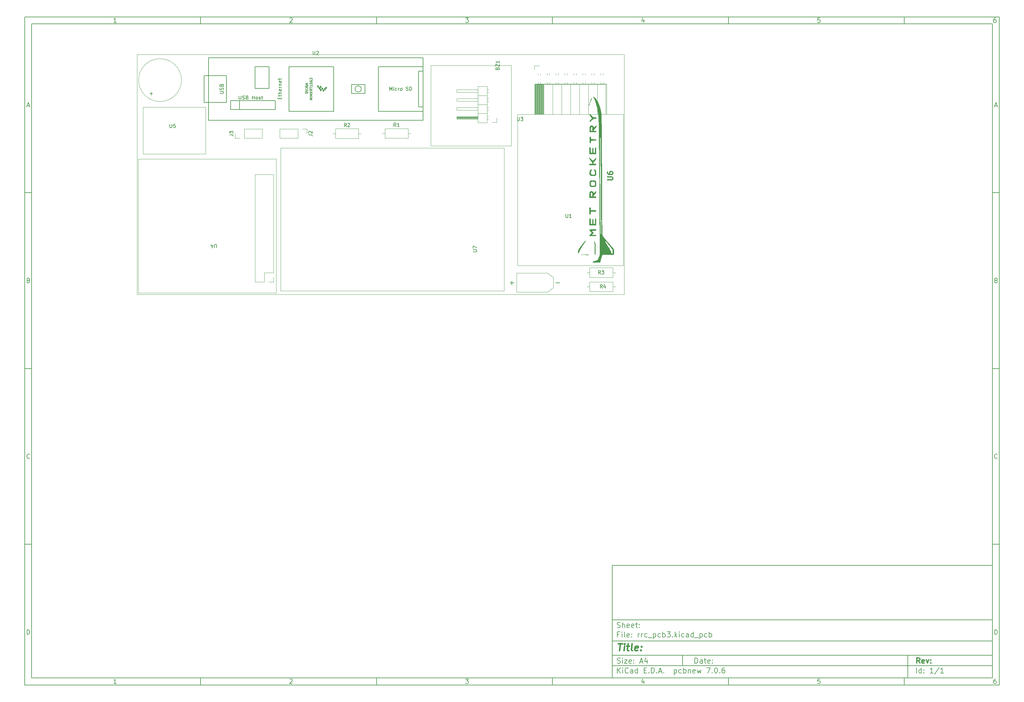
<source format=gbr>
%TF.GenerationSoftware,KiCad,Pcbnew,7.0.6*%
%TF.CreationDate,2023-08-10T16:59:27-04:00*%
%TF.ProjectId,rrc_pcb3,7272635f-7063-4623-932e-6b696361645f,rev?*%
%TF.SameCoordinates,Original*%
%TF.FileFunction,Legend,Top*%
%TF.FilePolarity,Positive*%
%FSLAX46Y46*%
G04 Gerber Fmt 4.6, Leading zero omitted, Abs format (unit mm)*
G04 Created by KiCad (PCBNEW 7.0.6) date 2023-08-10 16:59:27*
%MOMM*%
%LPD*%
G01*
G04 APERTURE LIST*
%ADD10C,0.100000*%
%ADD11C,0.150000*%
%ADD12C,0.300000*%
%ADD13C,0.400000*%
%ADD14C,0.120000*%
%TA.AperFunction,Profile*%
%ADD15C,0.050000*%
%TD*%
G04 APERTURE END LIST*
D10*
D11*
X177002200Y-166007200D02*
X285002200Y-166007200D01*
X285002200Y-198007200D01*
X177002200Y-198007200D01*
X177002200Y-166007200D01*
D10*
D11*
X10000000Y-10000000D02*
X287002200Y-10000000D01*
X287002200Y-200007200D01*
X10000000Y-200007200D01*
X10000000Y-10000000D01*
D10*
D11*
X12000000Y-12000000D02*
X285002200Y-12000000D01*
X285002200Y-198007200D01*
X12000000Y-198007200D01*
X12000000Y-12000000D01*
D10*
D11*
X60000000Y-12000000D02*
X60000000Y-10000000D01*
D10*
D11*
X110000000Y-12000000D02*
X110000000Y-10000000D01*
D10*
D11*
X160000000Y-12000000D02*
X160000000Y-10000000D01*
D10*
D11*
X210000000Y-12000000D02*
X210000000Y-10000000D01*
D10*
D11*
X260000000Y-12000000D02*
X260000000Y-10000000D01*
D10*
D11*
X36089160Y-11593604D02*
X35346303Y-11593604D01*
X35717731Y-11593604D02*
X35717731Y-10293604D01*
X35717731Y-10293604D02*
X35593922Y-10479319D01*
X35593922Y-10479319D02*
X35470112Y-10603128D01*
X35470112Y-10603128D02*
X35346303Y-10665033D01*
D10*
D11*
X85346303Y-10417414D02*
X85408207Y-10355509D01*
X85408207Y-10355509D02*
X85532017Y-10293604D01*
X85532017Y-10293604D02*
X85841541Y-10293604D01*
X85841541Y-10293604D02*
X85965350Y-10355509D01*
X85965350Y-10355509D02*
X86027255Y-10417414D01*
X86027255Y-10417414D02*
X86089160Y-10541223D01*
X86089160Y-10541223D02*
X86089160Y-10665033D01*
X86089160Y-10665033D02*
X86027255Y-10850747D01*
X86027255Y-10850747D02*
X85284398Y-11593604D01*
X85284398Y-11593604D02*
X86089160Y-11593604D01*
D10*
D11*
X135284398Y-10293604D02*
X136089160Y-10293604D01*
X136089160Y-10293604D02*
X135655826Y-10788842D01*
X135655826Y-10788842D02*
X135841541Y-10788842D01*
X135841541Y-10788842D02*
X135965350Y-10850747D01*
X135965350Y-10850747D02*
X136027255Y-10912652D01*
X136027255Y-10912652D02*
X136089160Y-11036461D01*
X136089160Y-11036461D02*
X136089160Y-11345985D01*
X136089160Y-11345985D02*
X136027255Y-11469795D01*
X136027255Y-11469795D02*
X135965350Y-11531700D01*
X135965350Y-11531700D02*
X135841541Y-11593604D01*
X135841541Y-11593604D02*
X135470112Y-11593604D01*
X135470112Y-11593604D02*
X135346303Y-11531700D01*
X135346303Y-11531700D02*
X135284398Y-11469795D01*
D10*
D11*
X185965350Y-10726938D02*
X185965350Y-11593604D01*
X185655826Y-10231700D02*
X185346303Y-11160271D01*
X185346303Y-11160271D02*
X186151064Y-11160271D01*
D10*
D11*
X236027255Y-10293604D02*
X235408207Y-10293604D01*
X235408207Y-10293604D02*
X235346303Y-10912652D01*
X235346303Y-10912652D02*
X235408207Y-10850747D01*
X235408207Y-10850747D02*
X235532017Y-10788842D01*
X235532017Y-10788842D02*
X235841541Y-10788842D01*
X235841541Y-10788842D02*
X235965350Y-10850747D01*
X235965350Y-10850747D02*
X236027255Y-10912652D01*
X236027255Y-10912652D02*
X236089160Y-11036461D01*
X236089160Y-11036461D02*
X236089160Y-11345985D01*
X236089160Y-11345985D02*
X236027255Y-11469795D01*
X236027255Y-11469795D02*
X235965350Y-11531700D01*
X235965350Y-11531700D02*
X235841541Y-11593604D01*
X235841541Y-11593604D02*
X235532017Y-11593604D01*
X235532017Y-11593604D02*
X235408207Y-11531700D01*
X235408207Y-11531700D02*
X235346303Y-11469795D01*
D10*
D11*
X285965350Y-10293604D02*
X285717731Y-10293604D01*
X285717731Y-10293604D02*
X285593922Y-10355509D01*
X285593922Y-10355509D02*
X285532017Y-10417414D01*
X285532017Y-10417414D02*
X285408207Y-10603128D01*
X285408207Y-10603128D02*
X285346303Y-10850747D01*
X285346303Y-10850747D02*
X285346303Y-11345985D01*
X285346303Y-11345985D02*
X285408207Y-11469795D01*
X285408207Y-11469795D02*
X285470112Y-11531700D01*
X285470112Y-11531700D02*
X285593922Y-11593604D01*
X285593922Y-11593604D02*
X285841541Y-11593604D01*
X285841541Y-11593604D02*
X285965350Y-11531700D01*
X285965350Y-11531700D02*
X286027255Y-11469795D01*
X286027255Y-11469795D02*
X286089160Y-11345985D01*
X286089160Y-11345985D02*
X286089160Y-11036461D01*
X286089160Y-11036461D02*
X286027255Y-10912652D01*
X286027255Y-10912652D02*
X285965350Y-10850747D01*
X285965350Y-10850747D02*
X285841541Y-10788842D01*
X285841541Y-10788842D02*
X285593922Y-10788842D01*
X285593922Y-10788842D02*
X285470112Y-10850747D01*
X285470112Y-10850747D02*
X285408207Y-10912652D01*
X285408207Y-10912652D02*
X285346303Y-11036461D01*
D10*
D11*
X60000000Y-198007200D02*
X60000000Y-200007200D01*
D10*
D11*
X110000000Y-198007200D02*
X110000000Y-200007200D01*
D10*
D11*
X160000000Y-198007200D02*
X160000000Y-200007200D01*
D10*
D11*
X210000000Y-198007200D02*
X210000000Y-200007200D01*
D10*
D11*
X260000000Y-198007200D02*
X260000000Y-200007200D01*
D10*
D11*
X36089160Y-199600804D02*
X35346303Y-199600804D01*
X35717731Y-199600804D02*
X35717731Y-198300804D01*
X35717731Y-198300804D02*
X35593922Y-198486519D01*
X35593922Y-198486519D02*
X35470112Y-198610328D01*
X35470112Y-198610328D02*
X35346303Y-198672233D01*
D10*
D11*
X85346303Y-198424614D02*
X85408207Y-198362709D01*
X85408207Y-198362709D02*
X85532017Y-198300804D01*
X85532017Y-198300804D02*
X85841541Y-198300804D01*
X85841541Y-198300804D02*
X85965350Y-198362709D01*
X85965350Y-198362709D02*
X86027255Y-198424614D01*
X86027255Y-198424614D02*
X86089160Y-198548423D01*
X86089160Y-198548423D02*
X86089160Y-198672233D01*
X86089160Y-198672233D02*
X86027255Y-198857947D01*
X86027255Y-198857947D02*
X85284398Y-199600804D01*
X85284398Y-199600804D02*
X86089160Y-199600804D01*
D10*
D11*
X135284398Y-198300804D02*
X136089160Y-198300804D01*
X136089160Y-198300804D02*
X135655826Y-198796042D01*
X135655826Y-198796042D02*
X135841541Y-198796042D01*
X135841541Y-198796042D02*
X135965350Y-198857947D01*
X135965350Y-198857947D02*
X136027255Y-198919852D01*
X136027255Y-198919852D02*
X136089160Y-199043661D01*
X136089160Y-199043661D02*
X136089160Y-199353185D01*
X136089160Y-199353185D02*
X136027255Y-199476995D01*
X136027255Y-199476995D02*
X135965350Y-199538900D01*
X135965350Y-199538900D02*
X135841541Y-199600804D01*
X135841541Y-199600804D02*
X135470112Y-199600804D01*
X135470112Y-199600804D02*
X135346303Y-199538900D01*
X135346303Y-199538900D02*
X135284398Y-199476995D01*
D10*
D11*
X185965350Y-198734138D02*
X185965350Y-199600804D01*
X185655826Y-198238900D02*
X185346303Y-199167471D01*
X185346303Y-199167471D02*
X186151064Y-199167471D01*
D10*
D11*
X236027255Y-198300804D02*
X235408207Y-198300804D01*
X235408207Y-198300804D02*
X235346303Y-198919852D01*
X235346303Y-198919852D02*
X235408207Y-198857947D01*
X235408207Y-198857947D02*
X235532017Y-198796042D01*
X235532017Y-198796042D02*
X235841541Y-198796042D01*
X235841541Y-198796042D02*
X235965350Y-198857947D01*
X235965350Y-198857947D02*
X236027255Y-198919852D01*
X236027255Y-198919852D02*
X236089160Y-199043661D01*
X236089160Y-199043661D02*
X236089160Y-199353185D01*
X236089160Y-199353185D02*
X236027255Y-199476995D01*
X236027255Y-199476995D02*
X235965350Y-199538900D01*
X235965350Y-199538900D02*
X235841541Y-199600804D01*
X235841541Y-199600804D02*
X235532017Y-199600804D01*
X235532017Y-199600804D02*
X235408207Y-199538900D01*
X235408207Y-199538900D02*
X235346303Y-199476995D01*
D10*
D11*
X285965350Y-198300804D02*
X285717731Y-198300804D01*
X285717731Y-198300804D02*
X285593922Y-198362709D01*
X285593922Y-198362709D02*
X285532017Y-198424614D01*
X285532017Y-198424614D02*
X285408207Y-198610328D01*
X285408207Y-198610328D02*
X285346303Y-198857947D01*
X285346303Y-198857947D02*
X285346303Y-199353185D01*
X285346303Y-199353185D02*
X285408207Y-199476995D01*
X285408207Y-199476995D02*
X285470112Y-199538900D01*
X285470112Y-199538900D02*
X285593922Y-199600804D01*
X285593922Y-199600804D02*
X285841541Y-199600804D01*
X285841541Y-199600804D02*
X285965350Y-199538900D01*
X285965350Y-199538900D02*
X286027255Y-199476995D01*
X286027255Y-199476995D02*
X286089160Y-199353185D01*
X286089160Y-199353185D02*
X286089160Y-199043661D01*
X286089160Y-199043661D02*
X286027255Y-198919852D01*
X286027255Y-198919852D02*
X285965350Y-198857947D01*
X285965350Y-198857947D02*
X285841541Y-198796042D01*
X285841541Y-198796042D02*
X285593922Y-198796042D01*
X285593922Y-198796042D02*
X285470112Y-198857947D01*
X285470112Y-198857947D02*
X285408207Y-198919852D01*
X285408207Y-198919852D02*
X285346303Y-199043661D01*
D10*
D11*
X10000000Y-60000000D02*
X12000000Y-60000000D01*
D10*
D11*
X10000000Y-110000000D02*
X12000000Y-110000000D01*
D10*
D11*
X10000000Y-160000000D02*
X12000000Y-160000000D01*
D10*
D11*
X10690476Y-35222176D02*
X11309523Y-35222176D01*
X10566666Y-35593604D02*
X10999999Y-34293604D01*
X10999999Y-34293604D02*
X11433333Y-35593604D01*
D10*
D11*
X11092857Y-84912652D02*
X11278571Y-84974557D01*
X11278571Y-84974557D02*
X11340476Y-85036461D01*
X11340476Y-85036461D02*
X11402380Y-85160271D01*
X11402380Y-85160271D02*
X11402380Y-85345985D01*
X11402380Y-85345985D02*
X11340476Y-85469795D01*
X11340476Y-85469795D02*
X11278571Y-85531700D01*
X11278571Y-85531700D02*
X11154761Y-85593604D01*
X11154761Y-85593604D02*
X10659523Y-85593604D01*
X10659523Y-85593604D02*
X10659523Y-84293604D01*
X10659523Y-84293604D02*
X11092857Y-84293604D01*
X11092857Y-84293604D02*
X11216666Y-84355509D01*
X11216666Y-84355509D02*
X11278571Y-84417414D01*
X11278571Y-84417414D02*
X11340476Y-84541223D01*
X11340476Y-84541223D02*
X11340476Y-84665033D01*
X11340476Y-84665033D02*
X11278571Y-84788842D01*
X11278571Y-84788842D02*
X11216666Y-84850747D01*
X11216666Y-84850747D02*
X11092857Y-84912652D01*
X11092857Y-84912652D02*
X10659523Y-84912652D01*
D10*
D11*
X11402380Y-135469795D02*
X11340476Y-135531700D01*
X11340476Y-135531700D02*
X11154761Y-135593604D01*
X11154761Y-135593604D02*
X11030952Y-135593604D01*
X11030952Y-135593604D02*
X10845238Y-135531700D01*
X10845238Y-135531700D02*
X10721428Y-135407890D01*
X10721428Y-135407890D02*
X10659523Y-135284080D01*
X10659523Y-135284080D02*
X10597619Y-135036461D01*
X10597619Y-135036461D02*
X10597619Y-134850747D01*
X10597619Y-134850747D02*
X10659523Y-134603128D01*
X10659523Y-134603128D02*
X10721428Y-134479319D01*
X10721428Y-134479319D02*
X10845238Y-134355509D01*
X10845238Y-134355509D02*
X11030952Y-134293604D01*
X11030952Y-134293604D02*
X11154761Y-134293604D01*
X11154761Y-134293604D02*
X11340476Y-134355509D01*
X11340476Y-134355509D02*
X11402380Y-134417414D01*
D10*
D11*
X10659523Y-185593604D02*
X10659523Y-184293604D01*
X10659523Y-184293604D02*
X10969047Y-184293604D01*
X10969047Y-184293604D02*
X11154761Y-184355509D01*
X11154761Y-184355509D02*
X11278571Y-184479319D01*
X11278571Y-184479319D02*
X11340476Y-184603128D01*
X11340476Y-184603128D02*
X11402380Y-184850747D01*
X11402380Y-184850747D02*
X11402380Y-185036461D01*
X11402380Y-185036461D02*
X11340476Y-185284080D01*
X11340476Y-185284080D02*
X11278571Y-185407890D01*
X11278571Y-185407890D02*
X11154761Y-185531700D01*
X11154761Y-185531700D02*
X10969047Y-185593604D01*
X10969047Y-185593604D02*
X10659523Y-185593604D01*
D10*
D11*
X287002200Y-60000000D02*
X285002200Y-60000000D01*
D10*
D11*
X287002200Y-110000000D02*
X285002200Y-110000000D01*
D10*
D11*
X287002200Y-160000000D02*
X285002200Y-160000000D01*
D10*
D11*
X285692676Y-35222176D02*
X286311723Y-35222176D01*
X285568866Y-35593604D02*
X286002199Y-34293604D01*
X286002199Y-34293604D02*
X286435533Y-35593604D01*
D10*
D11*
X286095057Y-84912652D02*
X286280771Y-84974557D01*
X286280771Y-84974557D02*
X286342676Y-85036461D01*
X286342676Y-85036461D02*
X286404580Y-85160271D01*
X286404580Y-85160271D02*
X286404580Y-85345985D01*
X286404580Y-85345985D02*
X286342676Y-85469795D01*
X286342676Y-85469795D02*
X286280771Y-85531700D01*
X286280771Y-85531700D02*
X286156961Y-85593604D01*
X286156961Y-85593604D02*
X285661723Y-85593604D01*
X285661723Y-85593604D02*
X285661723Y-84293604D01*
X285661723Y-84293604D02*
X286095057Y-84293604D01*
X286095057Y-84293604D02*
X286218866Y-84355509D01*
X286218866Y-84355509D02*
X286280771Y-84417414D01*
X286280771Y-84417414D02*
X286342676Y-84541223D01*
X286342676Y-84541223D02*
X286342676Y-84665033D01*
X286342676Y-84665033D02*
X286280771Y-84788842D01*
X286280771Y-84788842D02*
X286218866Y-84850747D01*
X286218866Y-84850747D02*
X286095057Y-84912652D01*
X286095057Y-84912652D02*
X285661723Y-84912652D01*
D10*
D11*
X286404580Y-135469795D02*
X286342676Y-135531700D01*
X286342676Y-135531700D02*
X286156961Y-135593604D01*
X286156961Y-135593604D02*
X286033152Y-135593604D01*
X286033152Y-135593604D02*
X285847438Y-135531700D01*
X285847438Y-135531700D02*
X285723628Y-135407890D01*
X285723628Y-135407890D02*
X285661723Y-135284080D01*
X285661723Y-135284080D02*
X285599819Y-135036461D01*
X285599819Y-135036461D02*
X285599819Y-134850747D01*
X285599819Y-134850747D02*
X285661723Y-134603128D01*
X285661723Y-134603128D02*
X285723628Y-134479319D01*
X285723628Y-134479319D02*
X285847438Y-134355509D01*
X285847438Y-134355509D02*
X286033152Y-134293604D01*
X286033152Y-134293604D02*
X286156961Y-134293604D01*
X286156961Y-134293604D02*
X286342676Y-134355509D01*
X286342676Y-134355509D02*
X286404580Y-134417414D01*
D10*
D11*
X285661723Y-185593604D02*
X285661723Y-184293604D01*
X285661723Y-184293604D02*
X285971247Y-184293604D01*
X285971247Y-184293604D02*
X286156961Y-184355509D01*
X286156961Y-184355509D02*
X286280771Y-184479319D01*
X286280771Y-184479319D02*
X286342676Y-184603128D01*
X286342676Y-184603128D02*
X286404580Y-184850747D01*
X286404580Y-184850747D02*
X286404580Y-185036461D01*
X286404580Y-185036461D02*
X286342676Y-185284080D01*
X286342676Y-185284080D02*
X286280771Y-185407890D01*
X286280771Y-185407890D02*
X286156961Y-185531700D01*
X286156961Y-185531700D02*
X285971247Y-185593604D01*
X285971247Y-185593604D02*
X285661723Y-185593604D01*
D10*
D11*
X200458026Y-193793328D02*
X200458026Y-192293328D01*
X200458026Y-192293328D02*
X200815169Y-192293328D01*
X200815169Y-192293328D02*
X201029455Y-192364757D01*
X201029455Y-192364757D02*
X201172312Y-192507614D01*
X201172312Y-192507614D02*
X201243741Y-192650471D01*
X201243741Y-192650471D02*
X201315169Y-192936185D01*
X201315169Y-192936185D02*
X201315169Y-193150471D01*
X201315169Y-193150471D02*
X201243741Y-193436185D01*
X201243741Y-193436185D02*
X201172312Y-193579042D01*
X201172312Y-193579042D02*
X201029455Y-193721900D01*
X201029455Y-193721900D02*
X200815169Y-193793328D01*
X200815169Y-193793328D02*
X200458026Y-193793328D01*
X202600884Y-193793328D02*
X202600884Y-193007614D01*
X202600884Y-193007614D02*
X202529455Y-192864757D01*
X202529455Y-192864757D02*
X202386598Y-192793328D01*
X202386598Y-192793328D02*
X202100884Y-192793328D01*
X202100884Y-192793328D02*
X201958026Y-192864757D01*
X202600884Y-193721900D02*
X202458026Y-193793328D01*
X202458026Y-193793328D02*
X202100884Y-193793328D01*
X202100884Y-193793328D02*
X201958026Y-193721900D01*
X201958026Y-193721900D02*
X201886598Y-193579042D01*
X201886598Y-193579042D02*
X201886598Y-193436185D01*
X201886598Y-193436185D02*
X201958026Y-193293328D01*
X201958026Y-193293328D02*
X202100884Y-193221900D01*
X202100884Y-193221900D02*
X202458026Y-193221900D01*
X202458026Y-193221900D02*
X202600884Y-193150471D01*
X203100884Y-192793328D02*
X203672312Y-192793328D01*
X203315169Y-192293328D02*
X203315169Y-193579042D01*
X203315169Y-193579042D02*
X203386598Y-193721900D01*
X203386598Y-193721900D02*
X203529455Y-193793328D01*
X203529455Y-193793328D02*
X203672312Y-193793328D01*
X204743741Y-193721900D02*
X204600884Y-193793328D01*
X204600884Y-193793328D02*
X204315170Y-193793328D01*
X204315170Y-193793328D02*
X204172312Y-193721900D01*
X204172312Y-193721900D02*
X204100884Y-193579042D01*
X204100884Y-193579042D02*
X204100884Y-193007614D01*
X204100884Y-193007614D02*
X204172312Y-192864757D01*
X204172312Y-192864757D02*
X204315170Y-192793328D01*
X204315170Y-192793328D02*
X204600884Y-192793328D01*
X204600884Y-192793328D02*
X204743741Y-192864757D01*
X204743741Y-192864757D02*
X204815170Y-193007614D01*
X204815170Y-193007614D02*
X204815170Y-193150471D01*
X204815170Y-193150471D02*
X204100884Y-193293328D01*
X205458026Y-193650471D02*
X205529455Y-193721900D01*
X205529455Y-193721900D02*
X205458026Y-193793328D01*
X205458026Y-193793328D02*
X205386598Y-193721900D01*
X205386598Y-193721900D02*
X205458026Y-193650471D01*
X205458026Y-193650471D02*
X205458026Y-193793328D01*
X205458026Y-192864757D02*
X205529455Y-192936185D01*
X205529455Y-192936185D02*
X205458026Y-193007614D01*
X205458026Y-193007614D02*
X205386598Y-192936185D01*
X205386598Y-192936185D02*
X205458026Y-192864757D01*
X205458026Y-192864757D02*
X205458026Y-193007614D01*
D10*
D11*
X177002200Y-194507200D02*
X285002200Y-194507200D01*
D10*
D11*
X178458026Y-196593328D02*
X178458026Y-195093328D01*
X179315169Y-196593328D02*
X178672312Y-195736185D01*
X179315169Y-195093328D02*
X178458026Y-195950471D01*
X179958026Y-196593328D02*
X179958026Y-195593328D01*
X179958026Y-195093328D02*
X179886598Y-195164757D01*
X179886598Y-195164757D02*
X179958026Y-195236185D01*
X179958026Y-195236185D02*
X180029455Y-195164757D01*
X180029455Y-195164757D02*
X179958026Y-195093328D01*
X179958026Y-195093328D02*
X179958026Y-195236185D01*
X181529455Y-196450471D02*
X181458027Y-196521900D01*
X181458027Y-196521900D02*
X181243741Y-196593328D01*
X181243741Y-196593328D02*
X181100884Y-196593328D01*
X181100884Y-196593328D02*
X180886598Y-196521900D01*
X180886598Y-196521900D02*
X180743741Y-196379042D01*
X180743741Y-196379042D02*
X180672312Y-196236185D01*
X180672312Y-196236185D02*
X180600884Y-195950471D01*
X180600884Y-195950471D02*
X180600884Y-195736185D01*
X180600884Y-195736185D02*
X180672312Y-195450471D01*
X180672312Y-195450471D02*
X180743741Y-195307614D01*
X180743741Y-195307614D02*
X180886598Y-195164757D01*
X180886598Y-195164757D02*
X181100884Y-195093328D01*
X181100884Y-195093328D02*
X181243741Y-195093328D01*
X181243741Y-195093328D02*
X181458027Y-195164757D01*
X181458027Y-195164757D02*
X181529455Y-195236185D01*
X182815170Y-196593328D02*
X182815170Y-195807614D01*
X182815170Y-195807614D02*
X182743741Y-195664757D01*
X182743741Y-195664757D02*
X182600884Y-195593328D01*
X182600884Y-195593328D02*
X182315170Y-195593328D01*
X182315170Y-195593328D02*
X182172312Y-195664757D01*
X182815170Y-196521900D02*
X182672312Y-196593328D01*
X182672312Y-196593328D02*
X182315170Y-196593328D01*
X182315170Y-196593328D02*
X182172312Y-196521900D01*
X182172312Y-196521900D02*
X182100884Y-196379042D01*
X182100884Y-196379042D02*
X182100884Y-196236185D01*
X182100884Y-196236185D02*
X182172312Y-196093328D01*
X182172312Y-196093328D02*
X182315170Y-196021900D01*
X182315170Y-196021900D02*
X182672312Y-196021900D01*
X182672312Y-196021900D02*
X182815170Y-195950471D01*
X184172313Y-196593328D02*
X184172313Y-195093328D01*
X184172313Y-196521900D02*
X184029455Y-196593328D01*
X184029455Y-196593328D02*
X183743741Y-196593328D01*
X183743741Y-196593328D02*
X183600884Y-196521900D01*
X183600884Y-196521900D02*
X183529455Y-196450471D01*
X183529455Y-196450471D02*
X183458027Y-196307614D01*
X183458027Y-196307614D02*
X183458027Y-195879042D01*
X183458027Y-195879042D02*
X183529455Y-195736185D01*
X183529455Y-195736185D02*
X183600884Y-195664757D01*
X183600884Y-195664757D02*
X183743741Y-195593328D01*
X183743741Y-195593328D02*
X184029455Y-195593328D01*
X184029455Y-195593328D02*
X184172313Y-195664757D01*
X186029455Y-195807614D02*
X186529455Y-195807614D01*
X186743741Y-196593328D02*
X186029455Y-196593328D01*
X186029455Y-196593328D02*
X186029455Y-195093328D01*
X186029455Y-195093328D02*
X186743741Y-195093328D01*
X187386598Y-196450471D02*
X187458027Y-196521900D01*
X187458027Y-196521900D02*
X187386598Y-196593328D01*
X187386598Y-196593328D02*
X187315170Y-196521900D01*
X187315170Y-196521900D02*
X187386598Y-196450471D01*
X187386598Y-196450471D02*
X187386598Y-196593328D01*
X188100884Y-196593328D02*
X188100884Y-195093328D01*
X188100884Y-195093328D02*
X188458027Y-195093328D01*
X188458027Y-195093328D02*
X188672313Y-195164757D01*
X188672313Y-195164757D02*
X188815170Y-195307614D01*
X188815170Y-195307614D02*
X188886599Y-195450471D01*
X188886599Y-195450471D02*
X188958027Y-195736185D01*
X188958027Y-195736185D02*
X188958027Y-195950471D01*
X188958027Y-195950471D02*
X188886599Y-196236185D01*
X188886599Y-196236185D02*
X188815170Y-196379042D01*
X188815170Y-196379042D02*
X188672313Y-196521900D01*
X188672313Y-196521900D02*
X188458027Y-196593328D01*
X188458027Y-196593328D02*
X188100884Y-196593328D01*
X189600884Y-196450471D02*
X189672313Y-196521900D01*
X189672313Y-196521900D02*
X189600884Y-196593328D01*
X189600884Y-196593328D02*
X189529456Y-196521900D01*
X189529456Y-196521900D02*
X189600884Y-196450471D01*
X189600884Y-196450471D02*
X189600884Y-196593328D01*
X190243742Y-196164757D02*
X190958028Y-196164757D01*
X190100885Y-196593328D02*
X190600885Y-195093328D01*
X190600885Y-195093328D02*
X191100885Y-196593328D01*
X191600884Y-196450471D02*
X191672313Y-196521900D01*
X191672313Y-196521900D02*
X191600884Y-196593328D01*
X191600884Y-196593328D02*
X191529456Y-196521900D01*
X191529456Y-196521900D02*
X191600884Y-196450471D01*
X191600884Y-196450471D02*
X191600884Y-196593328D01*
X194600884Y-195593328D02*
X194600884Y-197093328D01*
X194600884Y-195664757D02*
X194743742Y-195593328D01*
X194743742Y-195593328D02*
X195029456Y-195593328D01*
X195029456Y-195593328D02*
X195172313Y-195664757D01*
X195172313Y-195664757D02*
X195243742Y-195736185D01*
X195243742Y-195736185D02*
X195315170Y-195879042D01*
X195315170Y-195879042D02*
X195315170Y-196307614D01*
X195315170Y-196307614D02*
X195243742Y-196450471D01*
X195243742Y-196450471D02*
X195172313Y-196521900D01*
X195172313Y-196521900D02*
X195029456Y-196593328D01*
X195029456Y-196593328D02*
X194743742Y-196593328D01*
X194743742Y-196593328D02*
X194600884Y-196521900D01*
X196600885Y-196521900D02*
X196458027Y-196593328D01*
X196458027Y-196593328D02*
X196172313Y-196593328D01*
X196172313Y-196593328D02*
X196029456Y-196521900D01*
X196029456Y-196521900D02*
X195958027Y-196450471D01*
X195958027Y-196450471D02*
X195886599Y-196307614D01*
X195886599Y-196307614D02*
X195886599Y-195879042D01*
X195886599Y-195879042D02*
X195958027Y-195736185D01*
X195958027Y-195736185D02*
X196029456Y-195664757D01*
X196029456Y-195664757D02*
X196172313Y-195593328D01*
X196172313Y-195593328D02*
X196458027Y-195593328D01*
X196458027Y-195593328D02*
X196600885Y-195664757D01*
X197243741Y-196593328D02*
X197243741Y-195093328D01*
X197243741Y-195664757D02*
X197386599Y-195593328D01*
X197386599Y-195593328D02*
X197672313Y-195593328D01*
X197672313Y-195593328D02*
X197815170Y-195664757D01*
X197815170Y-195664757D02*
X197886599Y-195736185D01*
X197886599Y-195736185D02*
X197958027Y-195879042D01*
X197958027Y-195879042D02*
X197958027Y-196307614D01*
X197958027Y-196307614D02*
X197886599Y-196450471D01*
X197886599Y-196450471D02*
X197815170Y-196521900D01*
X197815170Y-196521900D02*
X197672313Y-196593328D01*
X197672313Y-196593328D02*
X197386599Y-196593328D01*
X197386599Y-196593328D02*
X197243741Y-196521900D01*
X198600884Y-195593328D02*
X198600884Y-196593328D01*
X198600884Y-195736185D02*
X198672313Y-195664757D01*
X198672313Y-195664757D02*
X198815170Y-195593328D01*
X198815170Y-195593328D02*
X199029456Y-195593328D01*
X199029456Y-195593328D02*
X199172313Y-195664757D01*
X199172313Y-195664757D02*
X199243742Y-195807614D01*
X199243742Y-195807614D02*
X199243742Y-196593328D01*
X200529456Y-196521900D02*
X200386599Y-196593328D01*
X200386599Y-196593328D02*
X200100885Y-196593328D01*
X200100885Y-196593328D02*
X199958027Y-196521900D01*
X199958027Y-196521900D02*
X199886599Y-196379042D01*
X199886599Y-196379042D02*
X199886599Y-195807614D01*
X199886599Y-195807614D02*
X199958027Y-195664757D01*
X199958027Y-195664757D02*
X200100885Y-195593328D01*
X200100885Y-195593328D02*
X200386599Y-195593328D01*
X200386599Y-195593328D02*
X200529456Y-195664757D01*
X200529456Y-195664757D02*
X200600885Y-195807614D01*
X200600885Y-195807614D02*
X200600885Y-195950471D01*
X200600885Y-195950471D02*
X199886599Y-196093328D01*
X201100884Y-195593328D02*
X201386599Y-196593328D01*
X201386599Y-196593328D02*
X201672313Y-195879042D01*
X201672313Y-195879042D02*
X201958027Y-196593328D01*
X201958027Y-196593328D02*
X202243741Y-195593328D01*
X203815170Y-195093328D02*
X204815170Y-195093328D01*
X204815170Y-195093328D02*
X204172313Y-196593328D01*
X205386598Y-196450471D02*
X205458027Y-196521900D01*
X205458027Y-196521900D02*
X205386598Y-196593328D01*
X205386598Y-196593328D02*
X205315170Y-196521900D01*
X205315170Y-196521900D02*
X205386598Y-196450471D01*
X205386598Y-196450471D02*
X205386598Y-196593328D01*
X206386599Y-195093328D02*
X206529456Y-195093328D01*
X206529456Y-195093328D02*
X206672313Y-195164757D01*
X206672313Y-195164757D02*
X206743742Y-195236185D01*
X206743742Y-195236185D02*
X206815170Y-195379042D01*
X206815170Y-195379042D02*
X206886599Y-195664757D01*
X206886599Y-195664757D02*
X206886599Y-196021900D01*
X206886599Y-196021900D02*
X206815170Y-196307614D01*
X206815170Y-196307614D02*
X206743742Y-196450471D01*
X206743742Y-196450471D02*
X206672313Y-196521900D01*
X206672313Y-196521900D02*
X206529456Y-196593328D01*
X206529456Y-196593328D02*
X206386599Y-196593328D01*
X206386599Y-196593328D02*
X206243742Y-196521900D01*
X206243742Y-196521900D02*
X206172313Y-196450471D01*
X206172313Y-196450471D02*
X206100884Y-196307614D01*
X206100884Y-196307614D02*
X206029456Y-196021900D01*
X206029456Y-196021900D02*
X206029456Y-195664757D01*
X206029456Y-195664757D02*
X206100884Y-195379042D01*
X206100884Y-195379042D02*
X206172313Y-195236185D01*
X206172313Y-195236185D02*
X206243742Y-195164757D01*
X206243742Y-195164757D02*
X206386599Y-195093328D01*
X207529455Y-196450471D02*
X207600884Y-196521900D01*
X207600884Y-196521900D02*
X207529455Y-196593328D01*
X207529455Y-196593328D02*
X207458027Y-196521900D01*
X207458027Y-196521900D02*
X207529455Y-196450471D01*
X207529455Y-196450471D02*
X207529455Y-196593328D01*
X208886599Y-195093328D02*
X208600884Y-195093328D01*
X208600884Y-195093328D02*
X208458027Y-195164757D01*
X208458027Y-195164757D02*
X208386599Y-195236185D01*
X208386599Y-195236185D02*
X208243741Y-195450471D01*
X208243741Y-195450471D02*
X208172313Y-195736185D01*
X208172313Y-195736185D02*
X208172313Y-196307614D01*
X208172313Y-196307614D02*
X208243741Y-196450471D01*
X208243741Y-196450471D02*
X208315170Y-196521900D01*
X208315170Y-196521900D02*
X208458027Y-196593328D01*
X208458027Y-196593328D02*
X208743741Y-196593328D01*
X208743741Y-196593328D02*
X208886599Y-196521900D01*
X208886599Y-196521900D02*
X208958027Y-196450471D01*
X208958027Y-196450471D02*
X209029456Y-196307614D01*
X209029456Y-196307614D02*
X209029456Y-195950471D01*
X209029456Y-195950471D02*
X208958027Y-195807614D01*
X208958027Y-195807614D02*
X208886599Y-195736185D01*
X208886599Y-195736185D02*
X208743741Y-195664757D01*
X208743741Y-195664757D02*
X208458027Y-195664757D01*
X208458027Y-195664757D02*
X208315170Y-195736185D01*
X208315170Y-195736185D02*
X208243741Y-195807614D01*
X208243741Y-195807614D02*
X208172313Y-195950471D01*
D10*
D11*
X177002200Y-191507200D02*
X285002200Y-191507200D01*
D10*
D12*
X264413853Y-193785528D02*
X263913853Y-193071242D01*
X263556710Y-193785528D02*
X263556710Y-192285528D01*
X263556710Y-192285528D02*
X264128139Y-192285528D01*
X264128139Y-192285528D02*
X264270996Y-192356957D01*
X264270996Y-192356957D02*
X264342425Y-192428385D01*
X264342425Y-192428385D02*
X264413853Y-192571242D01*
X264413853Y-192571242D02*
X264413853Y-192785528D01*
X264413853Y-192785528D02*
X264342425Y-192928385D01*
X264342425Y-192928385D02*
X264270996Y-192999814D01*
X264270996Y-192999814D02*
X264128139Y-193071242D01*
X264128139Y-193071242D02*
X263556710Y-193071242D01*
X265628139Y-193714100D02*
X265485282Y-193785528D01*
X265485282Y-193785528D02*
X265199568Y-193785528D01*
X265199568Y-193785528D02*
X265056710Y-193714100D01*
X265056710Y-193714100D02*
X264985282Y-193571242D01*
X264985282Y-193571242D02*
X264985282Y-192999814D01*
X264985282Y-192999814D02*
X265056710Y-192856957D01*
X265056710Y-192856957D02*
X265199568Y-192785528D01*
X265199568Y-192785528D02*
X265485282Y-192785528D01*
X265485282Y-192785528D02*
X265628139Y-192856957D01*
X265628139Y-192856957D02*
X265699568Y-192999814D01*
X265699568Y-192999814D02*
X265699568Y-193142671D01*
X265699568Y-193142671D02*
X264985282Y-193285528D01*
X266199567Y-192785528D02*
X266556710Y-193785528D01*
X266556710Y-193785528D02*
X266913853Y-192785528D01*
X267485281Y-193642671D02*
X267556710Y-193714100D01*
X267556710Y-193714100D02*
X267485281Y-193785528D01*
X267485281Y-193785528D02*
X267413853Y-193714100D01*
X267413853Y-193714100D02*
X267485281Y-193642671D01*
X267485281Y-193642671D02*
X267485281Y-193785528D01*
X267485281Y-192856957D02*
X267556710Y-192928385D01*
X267556710Y-192928385D02*
X267485281Y-192999814D01*
X267485281Y-192999814D02*
X267413853Y-192928385D01*
X267413853Y-192928385D02*
X267485281Y-192856957D01*
X267485281Y-192856957D02*
X267485281Y-192999814D01*
D10*
D11*
X178386598Y-193721900D02*
X178600884Y-193793328D01*
X178600884Y-193793328D02*
X178958026Y-193793328D01*
X178958026Y-193793328D02*
X179100884Y-193721900D01*
X179100884Y-193721900D02*
X179172312Y-193650471D01*
X179172312Y-193650471D02*
X179243741Y-193507614D01*
X179243741Y-193507614D02*
X179243741Y-193364757D01*
X179243741Y-193364757D02*
X179172312Y-193221900D01*
X179172312Y-193221900D02*
X179100884Y-193150471D01*
X179100884Y-193150471D02*
X178958026Y-193079042D01*
X178958026Y-193079042D02*
X178672312Y-193007614D01*
X178672312Y-193007614D02*
X178529455Y-192936185D01*
X178529455Y-192936185D02*
X178458026Y-192864757D01*
X178458026Y-192864757D02*
X178386598Y-192721900D01*
X178386598Y-192721900D02*
X178386598Y-192579042D01*
X178386598Y-192579042D02*
X178458026Y-192436185D01*
X178458026Y-192436185D02*
X178529455Y-192364757D01*
X178529455Y-192364757D02*
X178672312Y-192293328D01*
X178672312Y-192293328D02*
X179029455Y-192293328D01*
X179029455Y-192293328D02*
X179243741Y-192364757D01*
X179886597Y-193793328D02*
X179886597Y-192793328D01*
X179886597Y-192293328D02*
X179815169Y-192364757D01*
X179815169Y-192364757D02*
X179886597Y-192436185D01*
X179886597Y-192436185D02*
X179958026Y-192364757D01*
X179958026Y-192364757D02*
X179886597Y-192293328D01*
X179886597Y-192293328D02*
X179886597Y-192436185D01*
X180458026Y-192793328D02*
X181243741Y-192793328D01*
X181243741Y-192793328D02*
X180458026Y-193793328D01*
X180458026Y-193793328D02*
X181243741Y-193793328D01*
X182386598Y-193721900D02*
X182243741Y-193793328D01*
X182243741Y-193793328D02*
X181958027Y-193793328D01*
X181958027Y-193793328D02*
X181815169Y-193721900D01*
X181815169Y-193721900D02*
X181743741Y-193579042D01*
X181743741Y-193579042D02*
X181743741Y-193007614D01*
X181743741Y-193007614D02*
X181815169Y-192864757D01*
X181815169Y-192864757D02*
X181958027Y-192793328D01*
X181958027Y-192793328D02*
X182243741Y-192793328D01*
X182243741Y-192793328D02*
X182386598Y-192864757D01*
X182386598Y-192864757D02*
X182458027Y-193007614D01*
X182458027Y-193007614D02*
X182458027Y-193150471D01*
X182458027Y-193150471D02*
X181743741Y-193293328D01*
X183100883Y-193650471D02*
X183172312Y-193721900D01*
X183172312Y-193721900D02*
X183100883Y-193793328D01*
X183100883Y-193793328D02*
X183029455Y-193721900D01*
X183029455Y-193721900D02*
X183100883Y-193650471D01*
X183100883Y-193650471D02*
X183100883Y-193793328D01*
X183100883Y-192864757D02*
X183172312Y-192936185D01*
X183172312Y-192936185D02*
X183100883Y-193007614D01*
X183100883Y-193007614D02*
X183029455Y-192936185D01*
X183029455Y-192936185D02*
X183100883Y-192864757D01*
X183100883Y-192864757D02*
X183100883Y-193007614D01*
X184886598Y-193364757D02*
X185600884Y-193364757D01*
X184743741Y-193793328D02*
X185243741Y-192293328D01*
X185243741Y-192293328D02*
X185743741Y-193793328D01*
X186886598Y-192793328D02*
X186886598Y-193793328D01*
X186529455Y-192221900D02*
X186172312Y-193293328D01*
X186172312Y-193293328D02*
X187100883Y-193293328D01*
D10*
D11*
X263458026Y-196593328D02*
X263458026Y-195093328D01*
X264815170Y-196593328D02*
X264815170Y-195093328D01*
X264815170Y-196521900D02*
X264672312Y-196593328D01*
X264672312Y-196593328D02*
X264386598Y-196593328D01*
X264386598Y-196593328D02*
X264243741Y-196521900D01*
X264243741Y-196521900D02*
X264172312Y-196450471D01*
X264172312Y-196450471D02*
X264100884Y-196307614D01*
X264100884Y-196307614D02*
X264100884Y-195879042D01*
X264100884Y-195879042D02*
X264172312Y-195736185D01*
X264172312Y-195736185D02*
X264243741Y-195664757D01*
X264243741Y-195664757D02*
X264386598Y-195593328D01*
X264386598Y-195593328D02*
X264672312Y-195593328D01*
X264672312Y-195593328D02*
X264815170Y-195664757D01*
X265529455Y-196450471D02*
X265600884Y-196521900D01*
X265600884Y-196521900D02*
X265529455Y-196593328D01*
X265529455Y-196593328D02*
X265458027Y-196521900D01*
X265458027Y-196521900D02*
X265529455Y-196450471D01*
X265529455Y-196450471D02*
X265529455Y-196593328D01*
X265529455Y-195664757D02*
X265600884Y-195736185D01*
X265600884Y-195736185D02*
X265529455Y-195807614D01*
X265529455Y-195807614D02*
X265458027Y-195736185D01*
X265458027Y-195736185D02*
X265529455Y-195664757D01*
X265529455Y-195664757D02*
X265529455Y-195807614D01*
X268172313Y-196593328D02*
X267315170Y-196593328D01*
X267743741Y-196593328D02*
X267743741Y-195093328D01*
X267743741Y-195093328D02*
X267600884Y-195307614D01*
X267600884Y-195307614D02*
X267458027Y-195450471D01*
X267458027Y-195450471D02*
X267315170Y-195521900D01*
X269886598Y-195021900D02*
X268600884Y-196950471D01*
X271172313Y-196593328D02*
X270315170Y-196593328D01*
X270743741Y-196593328D02*
X270743741Y-195093328D01*
X270743741Y-195093328D02*
X270600884Y-195307614D01*
X270600884Y-195307614D02*
X270458027Y-195450471D01*
X270458027Y-195450471D02*
X270315170Y-195521900D01*
D10*
D11*
X177002200Y-187507200D02*
X285002200Y-187507200D01*
D10*
D13*
X178693928Y-188211638D02*
X179836785Y-188211638D01*
X179015357Y-190211638D02*
X179265357Y-188211638D01*
X180253452Y-190211638D02*
X180420119Y-188878304D01*
X180503452Y-188211638D02*
X180396309Y-188306876D01*
X180396309Y-188306876D02*
X180479643Y-188402114D01*
X180479643Y-188402114D02*
X180586786Y-188306876D01*
X180586786Y-188306876D02*
X180503452Y-188211638D01*
X180503452Y-188211638D02*
X180479643Y-188402114D01*
X181086786Y-188878304D02*
X181848690Y-188878304D01*
X181455833Y-188211638D02*
X181241548Y-189925923D01*
X181241548Y-189925923D02*
X181312976Y-190116400D01*
X181312976Y-190116400D02*
X181491548Y-190211638D01*
X181491548Y-190211638D02*
X181682024Y-190211638D01*
X182634405Y-190211638D02*
X182455833Y-190116400D01*
X182455833Y-190116400D02*
X182384405Y-189925923D01*
X182384405Y-189925923D02*
X182598690Y-188211638D01*
X184170119Y-190116400D02*
X183967738Y-190211638D01*
X183967738Y-190211638D02*
X183586785Y-190211638D01*
X183586785Y-190211638D02*
X183408214Y-190116400D01*
X183408214Y-190116400D02*
X183336785Y-189925923D01*
X183336785Y-189925923D02*
X183432024Y-189164019D01*
X183432024Y-189164019D02*
X183551071Y-188973542D01*
X183551071Y-188973542D02*
X183753452Y-188878304D01*
X183753452Y-188878304D02*
X184134404Y-188878304D01*
X184134404Y-188878304D02*
X184312976Y-188973542D01*
X184312976Y-188973542D02*
X184384404Y-189164019D01*
X184384404Y-189164019D02*
X184360595Y-189354495D01*
X184360595Y-189354495D02*
X183384404Y-189544971D01*
X185134405Y-190021161D02*
X185217738Y-190116400D01*
X185217738Y-190116400D02*
X185110595Y-190211638D01*
X185110595Y-190211638D02*
X185027262Y-190116400D01*
X185027262Y-190116400D02*
X185134405Y-190021161D01*
X185134405Y-190021161D02*
X185110595Y-190211638D01*
X185265357Y-188973542D02*
X185348690Y-189068780D01*
X185348690Y-189068780D02*
X185241548Y-189164019D01*
X185241548Y-189164019D02*
X185158214Y-189068780D01*
X185158214Y-189068780D02*
X185265357Y-188973542D01*
X185265357Y-188973542D02*
X185241548Y-189164019D01*
D10*
D11*
X178958026Y-185607614D02*
X178458026Y-185607614D01*
X178458026Y-186393328D02*
X178458026Y-184893328D01*
X178458026Y-184893328D02*
X179172312Y-184893328D01*
X179743740Y-186393328D02*
X179743740Y-185393328D01*
X179743740Y-184893328D02*
X179672312Y-184964757D01*
X179672312Y-184964757D02*
X179743740Y-185036185D01*
X179743740Y-185036185D02*
X179815169Y-184964757D01*
X179815169Y-184964757D02*
X179743740Y-184893328D01*
X179743740Y-184893328D02*
X179743740Y-185036185D01*
X180672312Y-186393328D02*
X180529455Y-186321900D01*
X180529455Y-186321900D02*
X180458026Y-186179042D01*
X180458026Y-186179042D02*
X180458026Y-184893328D01*
X181815169Y-186321900D02*
X181672312Y-186393328D01*
X181672312Y-186393328D02*
X181386598Y-186393328D01*
X181386598Y-186393328D02*
X181243740Y-186321900D01*
X181243740Y-186321900D02*
X181172312Y-186179042D01*
X181172312Y-186179042D02*
X181172312Y-185607614D01*
X181172312Y-185607614D02*
X181243740Y-185464757D01*
X181243740Y-185464757D02*
X181386598Y-185393328D01*
X181386598Y-185393328D02*
X181672312Y-185393328D01*
X181672312Y-185393328D02*
X181815169Y-185464757D01*
X181815169Y-185464757D02*
X181886598Y-185607614D01*
X181886598Y-185607614D02*
X181886598Y-185750471D01*
X181886598Y-185750471D02*
X181172312Y-185893328D01*
X182529454Y-186250471D02*
X182600883Y-186321900D01*
X182600883Y-186321900D02*
X182529454Y-186393328D01*
X182529454Y-186393328D02*
X182458026Y-186321900D01*
X182458026Y-186321900D02*
X182529454Y-186250471D01*
X182529454Y-186250471D02*
X182529454Y-186393328D01*
X182529454Y-185464757D02*
X182600883Y-185536185D01*
X182600883Y-185536185D02*
X182529454Y-185607614D01*
X182529454Y-185607614D02*
X182458026Y-185536185D01*
X182458026Y-185536185D02*
X182529454Y-185464757D01*
X182529454Y-185464757D02*
X182529454Y-185607614D01*
X184386597Y-186393328D02*
X184386597Y-185393328D01*
X184386597Y-185679042D02*
X184458026Y-185536185D01*
X184458026Y-185536185D02*
X184529455Y-185464757D01*
X184529455Y-185464757D02*
X184672312Y-185393328D01*
X184672312Y-185393328D02*
X184815169Y-185393328D01*
X185315168Y-186393328D02*
X185315168Y-185393328D01*
X185315168Y-185679042D02*
X185386597Y-185536185D01*
X185386597Y-185536185D02*
X185458026Y-185464757D01*
X185458026Y-185464757D02*
X185600883Y-185393328D01*
X185600883Y-185393328D02*
X185743740Y-185393328D01*
X186886597Y-186321900D02*
X186743739Y-186393328D01*
X186743739Y-186393328D02*
X186458025Y-186393328D01*
X186458025Y-186393328D02*
X186315168Y-186321900D01*
X186315168Y-186321900D02*
X186243739Y-186250471D01*
X186243739Y-186250471D02*
X186172311Y-186107614D01*
X186172311Y-186107614D02*
X186172311Y-185679042D01*
X186172311Y-185679042D02*
X186243739Y-185536185D01*
X186243739Y-185536185D02*
X186315168Y-185464757D01*
X186315168Y-185464757D02*
X186458025Y-185393328D01*
X186458025Y-185393328D02*
X186743739Y-185393328D01*
X186743739Y-185393328D02*
X186886597Y-185464757D01*
X187172311Y-186536185D02*
X188315168Y-186536185D01*
X188672310Y-185393328D02*
X188672310Y-186893328D01*
X188672310Y-185464757D02*
X188815168Y-185393328D01*
X188815168Y-185393328D02*
X189100882Y-185393328D01*
X189100882Y-185393328D02*
X189243739Y-185464757D01*
X189243739Y-185464757D02*
X189315168Y-185536185D01*
X189315168Y-185536185D02*
X189386596Y-185679042D01*
X189386596Y-185679042D02*
X189386596Y-186107614D01*
X189386596Y-186107614D02*
X189315168Y-186250471D01*
X189315168Y-186250471D02*
X189243739Y-186321900D01*
X189243739Y-186321900D02*
X189100882Y-186393328D01*
X189100882Y-186393328D02*
X188815168Y-186393328D01*
X188815168Y-186393328D02*
X188672310Y-186321900D01*
X190672311Y-186321900D02*
X190529453Y-186393328D01*
X190529453Y-186393328D02*
X190243739Y-186393328D01*
X190243739Y-186393328D02*
X190100882Y-186321900D01*
X190100882Y-186321900D02*
X190029453Y-186250471D01*
X190029453Y-186250471D02*
X189958025Y-186107614D01*
X189958025Y-186107614D02*
X189958025Y-185679042D01*
X189958025Y-185679042D02*
X190029453Y-185536185D01*
X190029453Y-185536185D02*
X190100882Y-185464757D01*
X190100882Y-185464757D02*
X190243739Y-185393328D01*
X190243739Y-185393328D02*
X190529453Y-185393328D01*
X190529453Y-185393328D02*
X190672311Y-185464757D01*
X191315167Y-186393328D02*
X191315167Y-184893328D01*
X191315167Y-185464757D02*
X191458025Y-185393328D01*
X191458025Y-185393328D02*
X191743739Y-185393328D01*
X191743739Y-185393328D02*
X191886596Y-185464757D01*
X191886596Y-185464757D02*
X191958025Y-185536185D01*
X191958025Y-185536185D02*
X192029453Y-185679042D01*
X192029453Y-185679042D02*
X192029453Y-186107614D01*
X192029453Y-186107614D02*
X191958025Y-186250471D01*
X191958025Y-186250471D02*
X191886596Y-186321900D01*
X191886596Y-186321900D02*
X191743739Y-186393328D01*
X191743739Y-186393328D02*
X191458025Y-186393328D01*
X191458025Y-186393328D02*
X191315167Y-186321900D01*
X192529453Y-184893328D02*
X193458025Y-184893328D01*
X193458025Y-184893328D02*
X192958025Y-185464757D01*
X192958025Y-185464757D02*
X193172310Y-185464757D01*
X193172310Y-185464757D02*
X193315168Y-185536185D01*
X193315168Y-185536185D02*
X193386596Y-185607614D01*
X193386596Y-185607614D02*
X193458025Y-185750471D01*
X193458025Y-185750471D02*
X193458025Y-186107614D01*
X193458025Y-186107614D02*
X193386596Y-186250471D01*
X193386596Y-186250471D02*
X193315168Y-186321900D01*
X193315168Y-186321900D02*
X193172310Y-186393328D01*
X193172310Y-186393328D02*
X192743739Y-186393328D01*
X192743739Y-186393328D02*
X192600882Y-186321900D01*
X192600882Y-186321900D02*
X192529453Y-186250471D01*
X194100881Y-186250471D02*
X194172310Y-186321900D01*
X194172310Y-186321900D02*
X194100881Y-186393328D01*
X194100881Y-186393328D02*
X194029453Y-186321900D01*
X194029453Y-186321900D02*
X194100881Y-186250471D01*
X194100881Y-186250471D02*
X194100881Y-186393328D01*
X194815167Y-186393328D02*
X194815167Y-184893328D01*
X194958025Y-185821900D02*
X195386596Y-186393328D01*
X195386596Y-185393328D02*
X194815167Y-185964757D01*
X196029453Y-186393328D02*
X196029453Y-185393328D01*
X196029453Y-184893328D02*
X195958025Y-184964757D01*
X195958025Y-184964757D02*
X196029453Y-185036185D01*
X196029453Y-185036185D02*
X196100882Y-184964757D01*
X196100882Y-184964757D02*
X196029453Y-184893328D01*
X196029453Y-184893328D02*
X196029453Y-185036185D01*
X197386597Y-186321900D02*
X197243739Y-186393328D01*
X197243739Y-186393328D02*
X196958025Y-186393328D01*
X196958025Y-186393328D02*
X196815168Y-186321900D01*
X196815168Y-186321900D02*
X196743739Y-186250471D01*
X196743739Y-186250471D02*
X196672311Y-186107614D01*
X196672311Y-186107614D02*
X196672311Y-185679042D01*
X196672311Y-185679042D02*
X196743739Y-185536185D01*
X196743739Y-185536185D02*
X196815168Y-185464757D01*
X196815168Y-185464757D02*
X196958025Y-185393328D01*
X196958025Y-185393328D02*
X197243739Y-185393328D01*
X197243739Y-185393328D02*
X197386597Y-185464757D01*
X198672311Y-186393328D02*
X198672311Y-185607614D01*
X198672311Y-185607614D02*
X198600882Y-185464757D01*
X198600882Y-185464757D02*
X198458025Y-185393328D01*
X198458025Y-185393328D02*
X198172311Y-185393328D01*
X198172311Y-185393328D02*
X198029453Y-185464757D01*
X198672311Y-186321900D02*
X198529453Y-186393328D01*
X198529453Y-186393328D02*
X198172311Y-186393328D01*
X198172311Y-186393328D02*
X198029453Y-186321900D01*
X198029453Y-186321900D02*
X197958025Y-186179042D01*
X197958025Y-186179042D02*
X197958025Y-186036185D01*
X197958025Y-186036185D02*
X198029453Y-185893328D01*
X198029453Y-185893328D02*
X198172311Y-185821900D01*
X198172311Y-185821900D02*
X198529453Y-185821900D01*
X198529453Y-185821900D02*
X198672311Y-185750471D01*
X200029454Y-186393328D02*
X200029454Y-184893328D01*
X200029454Y-186321900D02*
X199886596Y-186393328D01*
X199886596Y-186393328D02*
X199600882Y-186393328D01*
X199600882Y-186393328D02*
X199458025Y-186321900D01*
X199458025Y-186321900D02*
X199386596Y-186250471D01*
X199386596Y-186250471D02*
X199315168Y-186107614D01*
X199315168Y-186107614D02*
X199315168Y-185679042D01*
X199315168Y-185679042D02*
X199386596Y-185536185D01*
X199386596Y-185536185D02*
X199458025Y-185464757D01*
X199458025Y-185464757D02*
X199600882Y-185393328D01*
X199600882Y-185393328D02*
X199886596Y-185393328D01*
X199886596Y-185393328D02*
X200029454Y-185464757D01*
X200386597Y-186536185D02*
X201529454Y-186536185D01*
X201886596Y-185393328D02*
X201886596Y-186893328D01*
X201886596Y-185464757D02*
X202029454Y-185393328D01*
X202029454Y-185393328D02*
X202315168Y-185393328D01*
X202315168Y-185393328D02*
X202458025Y-185464757D01*
X202458025Y-185464757D02*
X202529454Y-185536185D01*
X202529454Y-185536185D02*
X202600882Y-185679042D01*
X202600882Y-185679042D02*
X202600882Y-186107614D01*
X202600882Y-186107614D02*
X202529454Y-186250471D01*
X202529454Y-186250471D02*
X202458025Y-186321900D01*
X202458025Y-186321900D02*
X202315168Y-186393328D01*
X202315168Y-186393328D02*
X202029454Y-186393328D01*
X202029454Y-186393328D02*
X201886596Y-186321900D01*
X203886597Y-186321900D02*
X203743739Y-186393328D01*
X203743739Y-186393328D02*
X203458025Y-186393328D01*
X203458025Y-186393328D02*
X203315168Y-186321900D01*
X203315168Y-186321900D02*
X203243739Y-186250471D01*
X203243739Y-186250471D02*
X203172311Y-186107614D01*
X203172311Y-186107614D02*
X203172311Y-185679042D01*
X203172311Y-185679042D02*
X203243739Y-185536185D01*
X203243739Y-185536185D02*
X203315168Y-185464757D01*
X203315168Y-185464757D02*
X203458025Y-185393328D01*
X203458025Y-185393328D02*
X203743739Y-185393328D01*
X203743739Y-185393328D02*
X203886597Y-185464757D01*
X204529453Y-186393328D02*
X204529453Y-184893328D01*
X204529453Y-185464757D02*
X204672311Y-185393328D01*
X204672311Y-185393328D02*
X204958025Y-185393328D01*
X204958025Y-185393328D02*
X205100882Y-185464757D01*
X205100882Y-185464757D02*
X205172311Y-185536185D01*
X205172311Y-185536185D02*
X205243739Y-185679042D01*
X205243739Y-185679042D02*
X205243739Y-186107614D01*
X205243739Y-186107614D02*
X205172311Y-186250471D01*
X205172311Y-186250471D02*
X205100882Y-186321900D01*
X205100882Y-186321900D02*
X204958025Y-186393328D01*
X204958025Y-186393328D02*
X204672311Y-186393328D01*
X204672311Y-186393328D02*
X204529453Y-186321900D01*
D10*
D11*
X177002200Y-181507200D02*
X285002200Y-181507200D01*
D10*
D11*
X178386598Y-183621900D02*
X178600884Y-183693328D01*
X178600884Y-183693328D02*
X178958026Y-183693328D01*
X178958026Y-183693328D02*
X179100884Y-183621900D01*
X179100884Y-183621900D02*
X179172312Y-183550471D01*
X179172312Y-183550471D02*
X179243741Y-183407614D01*
X179243741Y-183407614D02*
X179243741Y-183264757D01*
X179243741Y-183264757D02*
X179172312Y-183121900D01*
X179172312Y-183121900D02*
X179100884Y-183050471D01*
X179100884Y-183050471D02*
X178958026Y-182979042D01*
X178958026Y-182979042D02*
X178672312Y-182907614D01*
X178672312Y-182907614D02*
X178529455Y-182836185D01*
X178529455Y-182836185D02*
X178458026Y-182764757D01*
X178458026Y-182764757D02*
X178386598Y-182621900D01*
X178386598Y-182621900D02*
X178386598Y-182479042D01*
X178386598Y-182479042D02*
X178458026Y-182336185D01*
X178458026Y-182336185D02*
X178529455Y-182264757D01*
X178529455Y-182264757D02*
X178672312Y-182193328D01*
X178672312Y-182193328D02*
X179029455Y-182193328D01*
X179029455Y-182193328D02*
X179243741Y-182264757D01*
X179886597Y-183693328D02*
X179886597Y-182193328D01*
X180529455Y-183693328D02*
X180529455Y-182907614D01*
X180529455Y-182907614D02*
X180458026Y-182764757D01*
X180458026Y-182764757D02*
X180315169Y-182693328D01*
X180315169Y-182693328D02*
X180100883Y-182693328D01*
X180100883Y-182693328D02*
X179958026Y-182764757D01*
X179958026Y-182764757D02*
X179886597Y-182836185D01*
X181815169Y-183621900D02*
X181672312Y-183693328D01*
X181672312Y-183693328D02*
X181386598Y-183693328D01*
X181386598Y-183693328D02*
X181243740Y-183621900D01*
X181243740Y-183621900D02*
X181172312Y-183479042D01*
X181172312Y-183479042D02*
X181172312Y-182907614D01*
X181172312Y-182907614D02*
X181243740Y-182764757D01*
X181243740Y-182764757D02*
X181386598Y-182693328D01*
X181386598Y-182693328D02*
X181672312Y-182693328D01*
X181672312Y-182693328D02*
X181815169Y-182764757D01*
X181815169Y-182764757D02*
X181886598Y-182907614D01*
X181886598Y-182907614D02*
X181886598Y-183050471D01*
X181886598Y-183050471D02*
X181172312Y-183193328D01*
X183100883Y-183621900D02*
X182958026Y-183693328D01*
X182958026Y-183693328D02*
X182672312Y-183693328D01*
X182672312Y-183693328D02*
X182529454Y-183621900D01*
X182529454Y-183621900D02*
X182458026Y-183479042D01*
X182458026Y-183479042D02*
X182458026Y-182907614D01*
X182458026Y-182907614D02*
X182529454Y-182764757D01*
X182529454Y-182764757D02*
X182672312Y-182693328D01*
X182672312Y-182693328D02*
X182958026Y-182693328D01*
X182958026Y-182693328D02*
X183100883Y-182764757D01*
X183100883Y-182764757D02*
X183172312Y-182907614D01*
X183172312Y-182907614D02*
X183172312Y-183050471D01*
X183172312Y-183050471D02*
X182458026Y-183193328D01*
X183600883Y-182693328D02*
X184172311Y-182693328D01*
X183815168Y-182193328D02*
X183815168Y-183479042D01*
X183815168Y-183479042D02*
X183886597Y-183621900D01*
X183886597Y-183621900D02*
X184029454Y-183693328D01*
X184029454Y-183693328D02*
X184172311Y-183693328D01*
X184672311Y-183550471D02*
X184743740Y-183621900D01*
X184743740Y-183621900D02*
X184672311Y-183693328D01*
X184672311Y-183693328D02*
X184600883Y-183621900D01*
X184600883Y-183621900D02*
X184672311Y-183550471D01*
X184672311Y-183550471D02*
X184672311Y-183693328D01*
X184672311Y-182764757D02*
X184743740Y-182836185D01*
X184743740Y-182836185D02*
X184672311Y-182907614D01*
X184672311Y-182907614D02*
X184600883Y-182836185D01*
X184600883Y-182836185D02*
X184672311Y-182764757D01*
X184672311Y-182764757D02*
X184672311Y-182907614D01*
D10*
D12*
D10*
D11*
D10*
D11*
D10*
D11*
D10*
D11*
D10*
D11*
X197002200Y-191507200D02*
X197002200Y-194507200D01*
D10*
D11*
X261002200Y-191507200D02*
X261002200Y-198007200D01*
X150032344Y-38530754D02*
X150032344Y-39340277D01*
X150032344Y-39340277D02*
X150079963Y-39435515D01*
X150079963Y-39435515D02*
X150127582Y-39483135D01*
X150127582Y-39483135D02*
X150222820Y-39530754D01*
X150222820Y-39530754D02*
X150413296Y-39530754D01*
X150413296Y-39530754D02*
X150508534Y-39483135D01*
X150508534Y-39483135D02*
X150556153Y-39435515D01*
X150556153Y-39435515D02*
X150603772Y-39340277D01*
X150603772Y-39340277D02*
X150603772Y-38530754D01*
X150984725Y-38530754D02*
X151603772Y-38530754D01*
X151603772Y-38530754D02*
X151270439Y-38911706D01*
X151270439Y-38911706D02*
X151413296Y-38911706D01*
X151413296Y-38911706D02*
X151508534Y-38959325D01*
X151508534Y-38959325D02*
X151556153Y-39006944D01*
X151556153Y-39006944D02*
X151603772Y-39102182D01*
X151603772Y-39102182D02*
X151603772Y-39340277D01*
X151603772Y-39340277D02*
X151556153Y-39435515D01*
X151556153Y-39435515D02*
X151508534Y-39483135D01*
X151508534Y-39483135D02*
X151413296Y-39530754D01*
X151413296Y-39530754D02*
X151127582Y-39530754D01*
X151127582Y-39530754D02*
X151032344Y-39483135D01*
X151032344Y-39483135D02*
X150984725Y-39435515D01*
X137468794Y-76784540D02*
X138278317Y-76784540D01*
X138278317Y-76784540D02*
X138373555Y-76736921D01*
X138373555Y-76736921D02*
X138421175Y-76689302D01*
X138421175Y-76689302D02*
X138468794Y-76594064D01*
X138468794Y-76594064D02*
X138468794Y-76403588D01*
X138468794Y-76403588D02*
X138421175Y-76308350D01*
X138421175Y-76308350D02*
X138373555Y-76260731D01*
X138373555Y-76260731D02*
X138278317Y-76213112D01*
X138278317Y-76213112D02*
X137468794Y-76213112D01*
X137468794Y-75832159D02*
X137468794Y-75165493D01*
X137468794Y-75165493D02*
X138468794Y-75594064D01*
X64520503Y-75669411D02*
X64520503Y-74859888D01*
X64520503Y-74859888D02*
X64472884Y-74764650D01*
X64472884Y-74764650D02*
X64425265Y-74717031D01*
X64425265Y-74717031D02*
X64330027Y-74669411D01*
X64330027Y-74669411D02*
X64139551Y-74669411D01*
X64139551Y-74669411D02*
X64044313Y-74717031D01*
X64044313Y-74717031D02*
X63996694Y-74764650D01*
X63996694Y-74764650D02*
X63949075Y-74859888D01*
X63949075Y-74859888D02*
X63949075Y-75669411D01*
X63044313Y-75336078D02*
X63044313Y-74669411D01*
X63282408Y-75717031D02*
X63520503Y-75002745D01*
X63520503Y-75002745D02*
X62901456Y-75002745D01*
X101433333Y-41264819D02*
X101100000Y-40788628D01*
X100861905Y-41264819D02*
X100861905Y-40264819D01*
X100861905Y-40264819D02*
X101242857Y-40264819D01*
X101242857Y-40264819D02*
X101338095Y-40312438D01*
X101338095Y-40312438D02*
X101385714Y-40360057D01*
X101385714Y-40360057D02*
X101433333Y-40455295D01*
X101433333Y-40455295D02*
X101433333Y-40598152D01*
X101433333Y-40598152D02*
X101385714Y-40693390D01*
X101385714Y-40693390D02*
X101338095Y-40741009D01*
X101338095Y-40741009D02*
X101242857Y-40788628D01*
X101242857Y-40788628D02*
X100861905Y-40788628D01*
X101814286Y-40360057D02*
X101861905Y-40312438D01*
X101861905Y-40312438D02*
X101957143Y-40264819D01*
X101957143Y-40264819D02*
X102195238Y-40264819D01*
X102195238Y-40264819D02*
X102290476Y-40312438D01*
X102290476Y-40312438D02*
X102338095Y-40360057D01*
X102338095Y-40360057D02*
X102385714Y-40455295D01*
X102385714Y-40455295D02*
X102385714Y-40550533D01*
X102385714Y-40550533D02*
X102338095Y-40693390D01*
X102338095Y-40693390D02*
X101766667Y-41264819D01*
X101766667Y-41264819D02*
X102385714Y-41264819D01*
X163810407Y-66100375D02*
X163810407Y-66909898D01*
X163810407Y-66909898D02*
X163858026Y-67005136D01*
X163858026Y-67005136D02*
X163905645Y-67052756D01*
X163905645Y-67052756D02*
X164000883Y-67100375D01*
X164000883Y-67100375D02*
X164191359Y-67100375D01*
X164191359Y-67100375D02*
X164286597Y-67052756D01*
X164286597Y-67052756D02*
X164334216Y-67005136D01*
X164334216Y-67005136D02*
X164381835Y-66909898D01*
X164381835Y-66909898D02*
X164381835Y-66100375D01*
X165381835Y-67100375D02*
X164810407Y-67100375D01*
X165096121Y-67100375D02*
X165096121Y-66100375D01*
X165096121Y-66100375D02*
X165000883Y-66243232D01*
X165000883Y-66243232D02*
X164905645Y-66338470D01*
X164905645Y-66338470D02*
X164810407Y-66386089D01*
X173659689Y-83131716D02*
X173326356Y-82655525D01*
X173088261Y-83131716D02*
X173088261Y-82131716D01*
X173088261Y-82131716D02*
X173469213Y-82131716D01*
X173469213Y-82131716D02*
X173564451Y-82179335D01*
X173564451Y-82179335D02*
X173612070Y-82226954D01*
X173612070Y-82226954D02*
X173659689Y-82322192D01*
X173659689Y-82322192D02*
X173659689Y-82465049D01*
X173659689Y-82465049D02*
X173612070Y-82560287D01*
X173612070Y-82560287D02*
X173564451Y-82607906D01*
X173564451Y-82607906D02*
X173469213Y-82655525D01*
X173469213Y-82655525D02*
X173088261Y-82655525D01*
X173993023Y-82131716D02*
X174612070Y-82131716D01*
X174612070Y-82131716D02*
X174278737Y-82512668D01*
X174278737Y-82512668D02*
X174421594Y-82512668D01*
X174421594Y-82512668D02*
X174516832Y-82560287D01*
X174516832Y-82560287D02*
X174564451Y-82607906D01*
X174564451Y-82607906D02*
X174612070Y-82703144D01*
X174612070Y-82703144D02*
X174612070Y-82941239D01*
X174612070Y-82941239D02*
X174564451Y-83036477D01*
X174564451Y-83036477D02*
X174516832Y-83084097D01*
X174516832Y-83084097D02*
X174421594Y-83131716D01*
X174421594Y-83131716D02*
X174135880Y-83131716D01*
X174135880Y-83131716D02*
X174040642Y-83084097D01*
X174040642Y-83084097D02*
X173993023Y-83036477D01*
X174150505Y-87129323D02*
X173817172Y-86653132D01*
X173579077Y-87129323D02*
X173579077Y-86129323D01*
X173579077Y-86129323D02*
X173960029Y-86129323D01*
X173960029Y-86129323D02*
X174055267Y-86176942D01*
X174055267Y-86176942D02*
X174102886Y-86224561D01*
X174102886Y-86224561D02*
X174150505Y-86319799D01*
X174150505Y-86319799D02*
X174150505Y-86462656D01*
X174150505Y-86462656D02*
X174102886Y-86557894D01*
X174102886Y-86557894D02*
X174055267Y-86605513D01*
X174055267Y-86605513D02*
X173960029Y-86653132D01*
X173960029Y-86653132D02*
X173579077Y-86653132D01*
X175007648Y-86462656D02*
X175007648Y-87129323D01*
X174769553Y-86081704D02*
X174531458Y-86795989D01*
X174531458Y-86795989D02*
X175150505Y-86795989D01*
X115528171Y-41200855D02*
X115194838Y-40724664D01*
X114956743Y-41200855D02*
X114956743Y-40200855D01*
X114956743Y-40200855D02*
X115337695Y-40200855D01*
X115337695Y-40200855D02*
X115432933Y-40248474D01*
X115432933Y-40248474D02*
X115480552Y-40296093D01*
X115480552Y-40296093D02*
X115528171Y-40391331D01*
X115528171Y-40391331D02*
X115528171Y-40534188D01*
X115528171Y-40534188D02*
X115480552Y-40629426D01*
X115480552Y-40629426D02*
X115432933Y-40677045D01*
X115432933Y-40677045D02*
X115337695Y-40724664D01*
X115337695Y-40724664D02*
X114956743Y-40724664D01*
X116480552Y-41200855D02*
X115909124Y-41200855D01*
X116194838Y-41200855D02*
X116194838Y-40200855D01*
X116194838Y-40200855D02*
X116099600Y-40343712D01*
X116099600Y-40343712D02*
X116004362Y-40438950D01*
X116004362Y-40438950D02*
X115909124Y-40486569D01*
X147908571Y-85652378D02*
X149051429Y-85652378D01*
X148480000Y-86223806D02*
X148480000Y-85080949D01*
X160908571Y-85652378D02*
X162051429Y-85652378D01*
X91948095Y-19774819D02*
X91948095Y-20584342D01*
X91948095Y-20584342D02*
X91995714Y-20679580D01*
X91995714Y-20679580D02*
X92043333Y-20727200D01*
X92043333Y-20727200D02*
X92138571Y-20774819D01*
X92138571Y-20774819D02*
X92329047Y-20774819D01*
X92329047Y-20774819D02*
X92424285Y-20727200D01*
X92424285Y-20727200D02*
X92471904Y-20679580D01*
X92471904Y-20679580D02*
X92519523Y-20584342D01*
X92519523Y-20584342D02*
X92519523Y-19774819D01*
X92948095Y-19870057D02*
X92995714Y-19822438D01*
X92995714Y-19822438D02*
X93090952Y-19774819D01*
X93090952Y-19774819D02*
X93329047Y-19774819D01*
X93329047Y-19774819D02*
X93424285Y-19822438D01*
X93424285Y-19822438D02*
X93471904Y-19870057D01*
X93471904Y-19870057D02*
X93519523Y-19965295D01*
X93519523Y-19965295D02*
X93519523Y-20060533D01*
X93519523Y-20060533D02*
X93471904Y-20203390D01*
X93471904Y-20203390D02*
X92900476Y-20774819D01*
X92900476Y-20774819D02*
X93519523Y-20774819D01*
X70934676Y-32424019D02*
X70934676Y-33233542D01*
X70934676Y-33233542D02*
X70982295Y-33328780D01*
X70982295Y-33328780D02*
X71029914Y-33376400D01*
X71029914Y-33376400D02*
X71125152Y-33424019D01*
X71125152Y-33424019D02*
X71315628Y-33424019D01*
X71315628Y-33424019D02*
X71410866Y-33376400D01*
X71410866Y-33376400D02*
X71458485Y-33328780D01*
X71458485Y-33328780D02*
X71506104Y-33233542D01*
X71506104Y-33233542D02*
X71506104Y-32424019D01*
X71934676Y-33376400D02*
X72077533Y-33424019D01*
X72077533Y-33424019D02*
X72315628Y-33424019D01*
X72315628Y-33424019D02*
X72410866Y-33376400D01*
X72410866Y-33376400D02*
X72458485Y-33328780D01*
X72458485Y-33328780D02*
X72506104Y-33233542D01*
X72506104Y-33233542D02*
X72506104Y-33138304D01*
X72506104Y-33138304D02*
X72458485Y-33043066D01*
X72458485Y-33043066D02*
X72410866Y-32995447D01*
X72410866Y-32995447D02*
X72315628Y-32947828D01*
X72315628Y-32947828D02*
X72125152Y-32900209D01*
X72125152Y-32900209D02*
X72029914Y-32852590D01*
X72029914Y-32852590D02*
X71982295Y-32804971D01*
X71982295Y-32804971D02*
X71934676Y-32709733D01*
X71934676Y-32709733D02*
X71934676Y-32614495D01*
X71934676Y-32614495D02*
X71982295Y-32519257D01*
X71982295Y-32519257D02*
X72029914Y-32471638D01*
X72029914Y-32471638D02*
X72125152Y-32424019D01*
X72125152Y-32424019D02*
X72363247Y-32424019D01*
X72363247Y-32424019D02*
X72506104Y-32471638D01*
X73268009Y-32900209D02*
X73410866Y-32947828D01*
X73410866Y-32947828D02*
X73458485Y-32995447D01*
X73458485Y-32995447D02*
X73506104Y-33090685D01*
X73506104Y-33090685D02*
X73506104Y-33233542D01*
X73506104Y-33233542D02*
X73458485Y-33328780D01*
X73458485Y-33328780D02*
X73410866Y-33376400D01*
X73410866Y-33376400D02*
X73315628Y-33424019D01*
X73315628Y-33424019D02*
X72934676Y-33424019D01*
X72934676Y-33424019D02*
X72934676Y-32424019D01*
X72934676Y-32424019D02*
X73268009Y-32424019D01*
X73268009Y-32424019D02*
X73363247Y-32471638D01*
X73363247Y-32471638D02*
X73410866Y-32519257D01*
X73410866Y-32519257D02*
X73458485Y-32614495D01*
X73458485Y-32614495D02*
X73458485Y-32709733D01*
X73458485Y-32709733D02*
X73410866Y-32804971D01*
X73410866Y-32804971D02*
X73363247Y-32852590D01*
X73363247Y-32852590D02*
X73268009Y-32900209D01*
X73268009Y-32900209D02*
X72934676Y-32900209D01*
X74696581Y-33424019D02*
X74696581Y-32424019D01*
X74696581Y-32900209D02*
X75268009Y-32900209D01*
X75268009Y-33424019D02*
X75268009Y-32424019D01*
X75887057Y-33424019D02*
X75791819Y-33376400D01*
X75791819Y-33376400D02*
X75744200Y-33328780D01*
X75744200Y-33328780D02*
X75696581Y-33233542D01*
X75696581Y-33233542D02*
X75696581Y-32947828D01*
X75696581Y-32947828D02*
X75744200Y-32852590D01*
X75744200Y-32852590D02*
X75791819Y-32804971D01*
X75791819Y-32804971D02*
X75887057Y-32757352D01*
X75887057Y-32757352D02*
X76029914Y-32757352D01*
X76029914Y-32757352D02*
X76125152Y-32804971D01*
X76125152Y-32804971D02*
X76172771Y-32852590D01*
X76172771Y-32852590D02*
X76220390Y-32947828D01*
X76220390Y-32947828D02*
X76220390Y-33233542D01*
X76220390Y-33233542D02*
X76172771Y-33328780D01*
X76172771Y-33328780D02*
X76125152Y-33376400D01*
X76125152Y-33376400D02*
X76029914Y-33424019D01*
X76029914Y-33424019D02*
X75887057Y-33424019D01*
X76601343Y-33376400D02*
X76696581Y-33424019D01*
X76696581Y-33424019D02*
X76887057Y-33424019D01*
X76887057Y-33424019D02*
X76982295Y-33376400D01*
X76982295Y-33376400D02*
X77029914Y-33281161D01*
X77029914Y-33281161D02*
X77029914Y-33233542D01*
X77029914Y-33233542D02*
X76982295Y-33138304D01*
X76982295Y-33138304D02*
X76887057Y-33090685D01*
X76887057Y-33090685D02*
X76744200Y-33090685D01*
X76744200Y-33090685D02*
X76648962Y-33043066D01*
X76648962Y-33043066D02*
X76601343Y-32947828D01*
X76601343Y-32947828D02*
X76601343Y-32900209D01*
X76601343Y-32900209D02*
X76648962Y-32804971D01*
X76648962Y-32804971D02*
X76744200Y-32757352D01*
X76744200Y-32757352D02*
X76887057Y-32757352D01*
X76887057Y-32757352D02*
X76982295Y-32804971D01*
X77315629Y-32757352D02*
X77696581Y-32757352D01*
X77458486Y-32424019D02*
X77458486Y-33281161D01*
X77458486Y-33281161D02*
X77506105Y-33376400D01*
X77506105Y-33376400D02*
X77601343Y-33424019D01*
X77601343Y-33424019D02*
X77696581Y-33424019D01*
X113720952Y-30934819D02*
X113720952Y-29934819D01*
X113720952Y-29934819D02*
X114054285Y-30649104D01*
X114054285Y-30649104D02*
X114387618Y-29934819D01*
X114387618Y-29934819D02*
X114387618Y-30934819D01*
X114863809Y-30934819D02*
X114863809Y-30268152D01*
X114863809Y-29934819D02*
X114816190Y-29982438D01*
X114816190Y-29982438D02*
X114863809Y-30030057D01*
X114863809Y-30030057D02*
X114911428Y-29982438D01*
X114911428Y-29982438D02*
X114863809Y-29934819D01*
X114863809Y-29934819D02*
X114863809Y-30030057D01*
X115768570Y-30887200D02*
X115673332Y-30934819D01*
X115673332Y-30934819D02*
X115482856Y-30934819D01*
X115482856Y-30934819D02*
X115387618Y-30887200D01*
X115387618Y-30887200D02*
X115339999Y-30839580D01*
X115339999Y-30839580D02*
X115292380Y-30744342D01*
X115292380Y-30744342D02*
X115292380Y-30458628D01*
X115292380Y-30458628D02*
X115339999Y-30363390D01*
X115339999Y-30363390D02*
X115387618Y-30315771D01*
X115387618Y-30315771D02*
X115482856Y-30268152D01*
X115482856Y-30268152D02*
X115673332Y-30268152D01*
X115673332Y-30268152D02*
X115768570Y-30315771D01*
X116197142Y-30934819D02*
X116197142Y-30268152D01*
X116197142Y-30458628D02*
X116244761Y-30363390D01*
X116244761Y-30363390D02*
X116292380Y-30315771D01*
X116292380Y-30315771D02*
X116387618Y-30268152D01*
X116387618Y-30268152D02*
X116482856Y-30268152D01*
X116959047Y-30934819D02*
X116863809Y-30887200D01*
X116863809Y-30887200D02*
X116816190Y-30839580D01*
X116816190Y-30839580D02*
X116768571Y-30744342D01*
X116768571Y-30744342D02*
X116768571Y-30458628D01*
X116768571Y-30458628D02*
X116816190Y-30363390D01*
X116816190Y-30363390D02*
X116863809Y-30315771D01*
X116863809Y-30315771D02*
X116959047Y-30268152D01*
X116959047Y-30268152D02*
X117101904Y-30268152D01*
X117101904Y-30268152D02*
X117197142Y-30315771D01*
X117197142Y-30315771D02*
X117244761Y-30363390D01*
X117244761Y-30363390D02*
X117292380Y-30458628D01*
X117292380Y-30458628D02*
X117292380Y-30744342D01*
X117292380Y-30744342D02*
X117244761Y-30839580D01*
X117244761Y-30839580D02*
X117197142Y-30887200D01*
X117197142Y-30887200D02*
X117101904Y-30934819D01*
X117101904Y-30934819D02*
X116959047Y-30934819D01*
X118435238Y-30887200D02*
X118578095Y-30934819D01*
X118578095Y-30934819D02*
X118816190Y-30934819D01*
X118816190Y-30934819D02*
X118911428Y-30887200D01*
X118911428Y-30887200D02*
X118959047Y-30839580D01*
X118959047Y-30839580D02*
X119006666Y-30744342D01*
X119006666Y-30744342D02*
X119006666Y-30649104D01*
X119006666Y-30649104D02*
X118959047Y-30553866D01*
X118959047Y-30553866D02*
X118911428Y-30506247D01*
X118911428Y-30506247D02*
X118816190Y-30458628D01*
X118816190Y-30458628D02*
X118625714Y-30411009D01*
X118625714Y-30411009D02*
X118530476Y-30363390D01*
X118530476Y-30363390D02*
X118482857Y-30315771D01*
X118482857Y-30315771D02*
X118435238Y-30220533D01*
X118435238Y-30220533D02*
X118435238Y-30125295D01*
X118435238Y-30125295D02*
X118482857Y-30030057D01*
X118482857Y-30030057D02*
X118530476Y-29982438D01*
X118530476Y-29982438D02*
X118625714Y-29934819D01*
X118625714Y-29934819D02*
X118863809Y-29934819D01*
X118863809Y-29934819D02*
X119006666Y-29982438D01*
X119435238Y-30934819D02*
X119435238Y-29934819D01*
X119435238Y-29934819D02*
X119673333Y-29934819D01*
X119673333Y-29934819D02*
X119816190Y-29982438D01*
X119816190Y-29982438D02*
X119911428Y-30077676D01*
X119911428Y-30077676D02*
X119959047Y-30172914D01*
X119959047Y-30172914D02*
X120006666Y-30363390D01*
X120006666Y-30363390D02*
X120006666Y-30506247D01*
X120006666Y-30506247D02*
X119959047Y-30696723D01*
X119959047Y-30696723D02*
X119911428Y-30791961D01*
X119911428Y-30791961D02*
X119816190Y-30887200D01*
X119816190Y-30887200D02*
X119673333Y-30934819D01*
X119673333Y-30934819D02*
X119435238Y-30934819D01*
X90486033Y-31683333D02*
X89786033Y-31683333D01*
X89786033Y-31683333D02*
X89786033Y-31516666D01*
X89786033Y-31516666D02*
X89819366Y-31416666D01*
X89819366Y-31416666D02*
X89886033Y-31350000D01*
X89886033Y-31350000D02*
X89952700Y-31316666D01*
X89952700Y-31316666D02*
X90086033Y-31283333D01*
X90086033Y-31283333D02*
X90186033Y-31283333D01*
X90186033Y-31283333D02*
X90319366Y-31316666D01*
X90319366Y-31316666D02*
X90386033Y-31350000D01*
X90386033Y-31350000D02*
X90452700Y-31416666D01*
X90452700Y-31416666D02*
X90486033Y-31516666D01*
X90486033Y-31516666D02*
X90486033Y-31683333D01*
X89786033Y-31083333D02*
X90486033Y-30850000D01*
X90486033Y-30850000D02*
X89786033Y-30616666D01*
X89786033Y-30183333D02*
X90286033Y-30183333D01*
X90286033Y-30183333D02*
X90386033Y-30216666D01*
X90386033Y-30216666D02*
X90452700Y-30283333D01*
X90452700Y-30283333D02*
X90486033Y-30383333D01*
X90486033Y-30383333D02*
X90486033Y-30450000D01*
X89786033Y-29550000D02*
X89786033Y-29683333D01*
X89786033Y-29683333D02*
X89819366Y-29750000D01*
X89819366Y-29750000D02*
X89852700Y-29783333D01*
X89852700Y-29783333D02*
X89952700Y-29850000D01*
X89952700Y-29850000D02*
X90086033Y-29883333D01*
X90086033Y-29883333D02*
X90352700Y-29883333D01*
X90352700Y-29883333D02*
X90419366Y-29850000D01*
X90419366Y-29850000D02*
X90452700Y-29816667D01*
X90452700Y-29816667D02*
X90486033Y-29750000D01*
X90486033Y-29750000D02*
X90486033Y-29616667D01*
X90486033Y-29616667D02*
X90452700Y-29550000D01*
X90452700Y-29550000D02*
X90419366Y-29516667D01*
X90419366Y-29516667D02*
X90352700Y-29483333D01*
X90352700Y-29483333D02*
X90186033Y-29483333D01*
X90186033Y-29483333D02*
X90119366Y-29516667D01*
X90119366Y-29516667D02*
X90086033Y-29550000D01*
X90086033Y-29550000D02*
X90052700Y-29616667D01*
X90052700Y-29616667D02*
X90052700Y-29750000D01*
X90052700Y-29750000D02*
X90086033Y-29816667D01*
X90086033Y-29816667D02*
X90119366Y-29850000D01*
X90119366Y-29850000D02*
X90186033Y-29883333D01*
X90286033Y-29216666D02*
X90286033Y-28883333D01*
X90486033Y-29283333D02*
X89786033Y-29050000D01*
X89786033Y-29050000D02*
X90486033Y-28816666D01*
X65494819Y-31741904D02*
X66304342Y-31741904D01*
X66304342Y-31741904D02*
X66399580Y-31694285D01*
X66399580Y-31694285D02*
X66447200Y-31646666D01*
X66447200Y-31646666D02*
X66494819Y-31551428D01*
X66494819Y-31551428D02*
X66494819Y-31360952D01*
X66494819Y-31360952D02*
X66447200Y-31265714D01*
X66447200Y-31265714D02*
X66399580Y-31218095D01*
X66399580Y-31218095D02*
X66304342Y-31170476D01*
X66304342Y-31170476D02*
X65494819Y-31170476D01*
X66447200Y-30741904D02*
X66494819Y-30599047D01*
X66494819Y-30599047D02*
X66494819Y-30360952D01*
X66494819Y-30360952D02*
X66447200Y-30265714D01*
X66447200Y-30265714D02*
X66399580Y-30218095D01*
X66399580Y-30218095D02*
X66304342Y-30170476D01*
X66304342Y-30170476D02*
X66209104Y-30170476D01*
X66209104Y-30170476D02*
X66113866Y-30218095D01*
X66113866Y-30218095D02*
X66066247Y-30265714D01*
X66066247Y-30265714D02*
X66018628Y-30360952D01*
X66018628Y-30360952D02*
X65971009Y-30551428D01*
X65971009Y-30551428D02*
X65923390Y-30646666D01*
X65923390Y-30646666D02*
X65875771Y-30694285D01*
X65875771Y-30694285D02*
X65780533Y-30741904D01*
X65780533Y-30741904D02*
X65685295Y-30741904D01*
X65685295Y-30741904D02*
X65590057Y-30694285D01*
X65590057Y-30694285D02*
X65542438Y-30646666D01*
X65542438Y-30646666D02*
X65494819Y-30551428D01*
X65494819Y-30551428D02*
X65494819Y-30313333D01*
X65494819Y-30313333D02*
X65542438Y-30170476D01*
X65971009Y-29408571D02*
X66018628Y-29265714D01*
X66018628Y-29265714D02*
X66066247Y-29218095D01*
X66066247Y-29218095D02*
X66161485Y-29170476D01*
X66161485Y-29170476D02*
X66304342Y-29170476D01*
X66304342Y-29170476D02*
X66399580Y-29218095D01*
X66399580Y-29218095D02*
X66447200Y-29265714D01*
X66447200Y-29265714D02*
X66494819Y-29360952D01*
X66494819Y-29360952D02*
X66494819Y-29741904D01*
X66494819Y-29741904D02*
X65494819Y-29741904D01*
X65494819Y-29741904D02*
X65494819Y-29408571D01*
X65494819Y-29408571D02*
X65542438Y-29313333D01*
X65542438Y-29313333D02*
X65590057Y-29265714D01*
X65590057Y-29265714D02*
X65685295Y-29218095D01*
X65685295Y-29218095D02*
X65780533Y-29218095D01*
X65780533Y-29218095D02*
X65875771Y-29265714D01*
X65875771Y-29265714D02*
X65923390Y-29313333D01*
X65923390Y-29313333D02*
X65971009Y-29408571D01*
X65971009Y-29408571D02*
X65971009Y-29741904D01*
X91756033Y-33563333D02*
X91056033Y-33563333D01*
X91056033Y-33563333D02*
X91556033Y-33330000D01*
X91556033Y-33330000D02*
X91056033Y-33096666D01*
X91056033Y-33096666D02*
X91756033Y-33096666D01*
X91756033Y-32763333D02*
X91056033Y-32763333D01*
X91756033Y-32430000D02*
X91056033Y-32430000D01*
X91056033Y-32430000D02*
X91556033Y-32196667D01*
X91556033Y-32196667D02*
X91056033Y-31963333D01*
X91056033Y-31963333D02*
X91756033Y-31963333D01*
X91056033Y-31696667D02*
X91756033Y-31230000D01*
X91056033Y-31230000D02*
X91756033Y-31696667D01*
X91756033Y-30563333D02*
X91422700Y-30796666D01*
X91756033Y-30963333D02*
X91056033Y-30963333D01*
X91056033Y-30963333D02*
X91056033Y-30696666D01*
X91056033Y-30696666D02*
X91089366Y-30630000D01*
X91089366Y-30630000D02*
X91122700Y-30596666D01*
X91122700Y-30596666D02*
X91189366Y-30563333D01*
X91189366Y-30563333D02*
X91289366Y-30563333D01*
X91289366Y-30563333D02*
X91356033Y-30596666D01*
X91356033Y-30596666D02*
X91389366Y-30630000D01*
X91389366Y-30630000D02*
X91422700Y-30696666D01*
X91422700Y-30696666D02*
X91422700Y-30963333D01*
X91056033Y-30363333D02*
X91056033Y-29963333D01*
X91756033Y-30163333D02*
X91056033Y-30163333D01*
X91756033Y-29363333D02*
X91756033Y-29763333D01*
X91756033Y-29563333D02*
X91056033Y-29563333D01*
X91056033Y-29563333D02*
X91156033Y-29630000D01*
X91156033Y-29630000D02*
X91222700Y-29696667D01*
X91222700Y-29696667D02*
X91256033Y-29763333D01*
X91056033Y-28930000D02*
X91056033Y-28863333D01*
X91056033Y-28863333D02*
X91089366Y-28796666D01*
X91089366Y-28796666D02*
X91122700Y-28763333D01*
X91122700Y-28763333D02*
X91189366Y-28730000D01*
X91189366Y-28730000D02*
X91322700Y-28696666D01*
X91322700Y-28696666D02*
X91489366Y-28696666D01*
X91489366Y-28696666D02*
X91622700Y-28730000D01*
X91622700Y-28730000D02*
X91689366Y-28763333D01*
X91689366Y-28763333D02*
X91722700Y-28796666D01*
X91722700Y-28796666D02*
X91756033Y-28863333D01*
X91756033Y-28863333D02*
X91756033Y-28930000D01*
X91756033Y-28930000D02*
X91722700Y-28996666D01*
X91722700Y-28996666D02*
X91689366Y-29030000D01*
X91689366Y-29030000D02*
X91622700Y-29063333D01*
X91622700Y-29063333D02*
X91489366Y-29096666D01*
X91489366Y-29096666D02*
X91322700Y-29096666D01*
X91322700Y-29096666D02*
X91189366Y-29063333D01*
X91189366Y-29063333D02*
X91122700Y-29030000D01*
X91122700Y-29030000D02*
X91089366Y-28996666D01*
X91089366Y-28996666D02*
X91056033Y-28930000D01*
X91056033Y-28096666D02*
X91056033Y-28229999D01*
X91056033Y-28229999D02*
X91089366Y-28296666D01*
X91089366Y-28296666D02*
X91122700Y-28329999D01*
X91122700Y-28329999D02*
X91222700Y-28396666D01*
X91222700Y-28396666D02*
X91356033Y-28429999D01*
X91356033Y-28429999D02*
X91622700Y-28429999D01*
X91622700Y-28429999D02*
X91689366Y-28396666D01*
X91689366Y-28396666D02*
X91722700Y-28363333D01*
X91722700Y-28363333D02*
X91756033Y-28296666D01*
X91756033Y-28296666D02*
X91756033Y-28163333D01*
X91756033Y-28163333D02*
X91722700Y-28096666D01*
X91722700Y-28096666D02*
X91689366Y-28063333D01*
X91689366Y-28063333D02*
X91622700Y-28029999D01*
X91622700Y-28029999D02*
X91456033Y-28029999D01*
X91456033Y-28029999D02*
X91389366Y-28063333D01*
X91389366Y-28063333D02*
X91356033Y-28096666D01*
X91356033Y-28096666D02*
X91322700Y-28163333D01*
X91322700Y-28163333D02*
X91322700Y-28296666D01*
X91322700Y-28296666D02*
X91356033Y-28363333D01*
X91356033Y-28363333D02*
X91389366Y-28396666D01*
X91389366Y-28396666D02*
X91456033Y-28429999D01*
X91122700Y-27763332D02*
X91089366Y-27729999D01*
X91089366Y-27729999D02*
X91056033Y-27663332D01*
X91056033Y-27663332D02*
X91056033Y-27496666D01*
X91056033Y-27496666D02*
X91089366Y-27429999D01*
X91089366Y-27429999D02*
X91122700Y-27396666D01*
X91122700Y-27396666D02*
X91189366Y-27363332D01*
X91189366Y-27363332D02*
X91256033Y-27363332D01*
X91256033Y-27363332D02*
X91356033Y-27396666D01*
X91356033Y-27396666D02*
X91756033Y-27796666D01*
X91756033Y-27796666D02*
X91756033Y-27363332D01*
X82481009Y-33337143D02*
X82481009Y-33003810D01*
X83004819Y-32860953D02*
X83004819Y-33337143D01*
X83004819Y-33337143D02*
X82004819Y-33337143D01*
X82004819Y-33337143D02*
X82004819Y-32860953D01*
X82338152Y-32575238D02*
X82338152Y-32194286D01*
X82004819Y-32432381D02*
X82861961Y-32432381D01*
X82861961Y-32432381D02*
X82957200Y-32384762D01*
X82957200Y-32384762D02*
X83004819Y-32289524D01*
X83004819Y-32289524D02*
X83004819Y-32194286D01*
X83004819Y-31860952D02*
X82004819Y-31860952D01*
X83004819Y-31432381D02*
X82481009Y-31432381D01*
X82481009Y-31432381D02*
X82385771Y-31480000D01*
X82385771Y-31480000D02*
X82338152Y-31575238D01*
X82338152Y-31575238D02*
X82338152Y-31718095D01*
X82338152Y-31718095D02*
X82385771Y-31813333D01*
X82385771Y-31813333D02*
X82433390Y-31860952D01*
X82957200Y-30575238D02*
X83004819Y-30670476D01*
X83004819Y-30670476D02*
X83004819Y-30860952D01*
X83004819Y-30860952D02*
X82957200Y-30956190D01*
X82957200Y-30956190D02*
X82861961Y-31003809D01*
X82861961Y-31003809D02*
X82481009Y-31003809D01*
X82481009Y-31003809D02*
X82385771Y-30956190D01*
X82385771Y-30956190D02*
X82338152Y-30860952D01*
X82338152Y-30860952D02*
X82338152Y-30670476D01*
X82338152Y-30670476D02*
X82385771Y-30575238D01*
X82385771Y-30575238D02*
X82481009Y-30527619D01*
X82481009Y-30527619D02*
X82576247Y-30527619D01*
X82576247Y-30527619D02*
X82671485Y-31003809D01*
X83004819Y-30099047D02*
X82338152Y-30099047D01*
X82528628Y-30099047D02*
X82433390Y-30051428D01*
X82433390Y-30051428D02*
X82385771Y-30003809D01*
X82385771Y-30003809D02*
X82338152Y-29908571D01*
X82338152Y-29908571D02*
X82338152Y-29813333D01*
X82338152Y-29479999D02*
X83004819Y-29479999D01*
X82433390Y-29479999D02*
X82385771Y-29432380D01*
X82385771Y-29432380D02*
X82338152Y-29337142D01*
X82338152Y-29337142D02*
X82338152Y-29194285D01*
X82338152Y-29194285D02*
X82385771Y-29099047D01*
X82385771Y-29099047D02*
X82481009Y-29051428D01*
X82481009Y-29051428D02*
X83004819Y-29051428D01*
X82957200Y-28194285D02*
X83004819Y-28289523D01*
X83004819Y-28289523D02*
X83004819Y-28479999D01*
X83004819Y-28479999D02*
X82957200Y-28575237D01*
X82957200Y-28575237D02*
X82861961Y-28622856D01*
X82861961Y-28622856D02*
X82481009Y-28622856D01*
X82481009Y-28622856D02*
X82385771Y-28575237D01*
X82385771Y-28575237D02*
X82338152Y-28479999D01*
X82338152Y-28479999D02*
X82338152Y-28289523D01*
X82338152Y-28289523D02*
X82385771Y-28194285D01*
X82385771Y-28194285D02*
X82481009Y-28146666D01*
X82481009Y-28146666D02*
X82576247Y-28146666D01*
X82576247Y-28146666D02*
X82671485Y-28622856D01*
X82338152Y-27860951D02*
X82338152Y-27479999D01*
X82004819Y-27718094D02*
X82861961Y-27718094D01*
X82861961Y-27718094D02*
X82957200Y-27670475D01*
X82957200Y-27670475D02*
X83004819Y-27575237D01*
X83004819Y-27575237D02*
X83004819Y-27479999D01*
X90684819Y-43513333D02*
X91399104Y-43513333D01*
X91399104Y-43513333D02*
X91541961Y-43560952D01*
X91541961Y-43560952D02*
X91637200Y-43656190D01*
X91637200Y-43656190D02*
X91684819Y-43799047D01*
X91684819Y-43799047D02*
X91684819Y-43894285D01*
X90780057Y-43084761D02*
X90732438Y-43037142D01*
X90732438Y-43037142D02*
X90684819Y-42941904D01*
X90684819Y-42941904D02*
X90684819Y-42703809D01*
X90684819Y-42703809D02*
X90732438Y-42608571D01*
X90732438Y-42608571D02*
X90780057Y-42560952D01*
X90780057Y-42560952D02*
X90875295Y-42513333D01*
X90875295Y-42513333D02*
X90970533Y-42513333D01*
X90970533Y-42513333D02*
X91113390Y-42560952D01*
X91113390Y-42560952D02*
X91684819Y-43132380D01*
X91684819Y-43132380D02*
X91684819Y-42513333D01*
X51266382Y-40507397D02*
X51266382Y-41316920D01*
X51266382Y-41316920D02*
X51314001Y-41412158D01*
X51314001Y-41412158D02*
X51361620Y-41459778D01*
X51361620Y-41459778D02*
X51456858Y-41507397D01*
X51456858Y-41507397D02*
X51647334Y-41507397D01*
X51647334Y-41507397D02*
X51742572Y-41459778D01*
X51742572Y-41459778D02*
X51790191Y-41412158D01*
X51790191Y-41412158D02*
X51837810Y-41316920D01*
X51837810Y-41316920D02*
X51837810Y-40507397D01*
X52790191Y-40507397D02*
X52314001Y-40507397D01*
X52314001Y-40507397D02*
X52266382Y-40983587D01*
X52266382Y-40983587D02*
X52314001Y-40935968D01*
X52314001Y-40935968D02*
X52409239Y-40888349D01*
X52409239Y-40888349D02*
X52647334Y-40888349D01*
X52647334Y-40888349D02*
X52742572Y-40935968D01*
X52742572Y-40935968D02*
X52790191Y-40983587D01*
X52790191Y-40983587D02*
X52837810Y-41078825D01*
X52837810Y-41078825D02*
X52837810Y-41316920D01*
X52837810Y-41316920D02*
X52790191Y-41412158D01*
X52790191Y-41412158D02*
X52742572Y-41459778D01*
X52742572Y-41459778D02*
X52647334Y-41507397D01*
X52647334Y-41507397D02*
X52409239Y-41507397D01*
X52409239Y-41507397D02*
X52314001Y-41459778D01*
X52314001Y-41459778D02*
X52266382Y-41412158D01*
X144364068Y-24655886D02*
X144411687Y-24513029D01*
X144411687Y-24513029D02*
X144459306Y-24465410D01*
X144459306Y-24465410D02*
X144554544Y-24417791D01*
X144554544Y-24417791D02*
X144697401Y-24417791D01*
X144697401Y-24417791D02*
X144792639Y-24465410D01*
X144792639Y-24465410D02*
X144840259Y-24513029D01*
X144840259Y-24513029D02*
X144887878Y-24608267D01*
X144887878Y-24608267D02*
X144887878Y-24989219D01*
X144887878Y-24989219D02*
X143887878Y-24989219D01*
X143887878Y-24989219D02*
X143887878Y-24655886D01*
X143887878Y-24655886D02*
X143935497Y-24560648D01*
X143935497Y-24560648D02*
X143983116Y-24513029D01*
X143983116Y-24513029D02*
X144078354Y-24465410D01*
X144078354Y-24465410D02*
X144173592Y-24465410D01*
X144173592Y-24465410D02*
X144268830Y-24513029D01*
X144268830Y-24513029D02*
X144316449Y-24560648D01*
X144316449Y-24560648D02*
X144364068Y-24655886D01*
X144364068Y-24655886D02*
X144364068Y-24989219D01*
X143887878Y-24084457D02*
X143887878Y-23417791D01*
X143887878Y-23417791D02*
X144887878Y-24084457D01*
X144887878Y-24084457D02*
X144887878Y-23417791D01*
X144887878Y-22513029D02*
X144887878Y-23084457D01*
X144887878Y-22798743D02*
X143887878Y-22798743D01*
X143887878Y-22798743D02*
X144030735Y-22893981D01*
X144030735Y-22893981D02*
X144125973Y-22989219D01*
X144125973Y-22989219D02*
X144173592Y-23084457D01*
X46001711Y-32169187D02*
X46001711Y-31407283D01*
X46382664Y-31788235D02*
X45620759Y-31788235D01*
D12*
X175612845Y-56368952D02*
X176846559Y-56368952D01*
X176846559Y-56368952D02*
X176991702Y-56296381D01*
X176991702Y-56296381D02*
X177064274Y-56223810D01*
X177064274Y-56223810D02*
X177136845Y-56078667D01*
X177136845Y-56078667D02*
X177136845Y-55788381D01*
X177136845Y-55788381D02*
X177064274Y-55643238D01*
X177064274Y-55643238D02*
X176991702Y-55570667D01*
X176991702Y-55570667D02*
X176846559Y-55498095D01*
X176846559Y-55498095D02*
X175612845Y-55498095D01*
X175612845Y-54119239D02*
X175612845Y-54409524D01*
X175612845Y-54409524D02*
X175685416Y-54554667D01*
X175685416Y-54554667D02*
X175757988Y-54627239D01*
X175757988Y-54627239D02*
X175975702Y-54772381D01*
X175975702Y-54772381D02*
X176265988Y-54844953D01*
X176265988Y-54844953D02*
X176846559Y-54844953D01*
X176846559Y-54844953D02*
X176991702Y-54772381D01*
X176991702Y-54772381D02*
X177064274Y-54699810D01*
X177064274Y-54699810D02*
X177136845Y-54554667D01*
X177136845Y-54554667D02*
X177136845Y-54264381D01*
X177136845Y-54264381D02*
X177064274Y-54119239D01*
X177064274Y-54119239D02*
X176991702Y-54046667D01*
X176991702Y-54046667D02*
X176846559Y-53974096D01*
X176846559Y-53974096D02*
X176483702Y-53974096D01*
X176483702Y-53974096D02*
X176338559Y-54046667D01*
X176338559Y-54046667D02*
X176265988Y-54119239D01*
X176265988Y-54119239D02*
X176193416Y-54264381D01*
X176193416Y-54264381D02*
X176193416Y-54554667D01*
X176193416Y-54554667D02*
X176265988Y-54699810D01*
X176265988Y-54699810D02*
X176338559Y-54772381D01*
X176338559Y-54772381D02*
X176483702Y-54844953D01*
D11*
X68244819Y-43513333D02*
X68959104Y-43513333D01*
X68959104Y-43513333D02*
X69101961Y-43560952D01*
X69101961Y-43560952D02*
X69197200Y-43656190D01*
X69197200Y-43656190D02*
X69244819Y-43799047D01*
X69244819Y-43799047D02*
X69244819Y-43894285D01*
X68244819Y-43132380D02*
X68244819Y-42513333D01*
X68244819Y-42513333D02*
X68625771Y-42846666D01*
X68625771Y-42846666D02*
X68625771Y-42703809D01*
X68625771Y-42703809D02*
X68673390Y-42608571D01*
X68673390Y-42608571D02*
X68721009Y-42560952D01*
X68721009Y-42560952D02*
X68816247Y-42513333D01*
X68816247Y-42513333D02*
X69054342Y-42513333D01*
X69054342Y-42513333D02*
X69149580Y-42560952D01*
X69149580Y-42560952D02*
X69197200Y-42608571D01*
X69197200Y-42608571D02*
X69244819Y-42703809D01*
X69244819Y-42703809D02*
X69244819Y-42989523D01*
X69244819Y-42989523D02*
X69197200Y-43084761D01*
X69197200Y-43084761D02*
X69149580Y-43132380D01*
D14*
%TO.C,U3*%
X132784358Y-30706925D02*
X138784358Y-30706925D01*
X132784358Y-31466925D02*
X132784358Y-30706925D01*
X132784358Y-33246925D02*
X138784358Y-33246925D01*
X132784358Y-34006925D02*
X132784358Y-33246925D01*
X132784358Y-35786925D02*
X138784358Y-35786925D01*
X132784358Y-36546925D02*
X132784358Y-35786925D01*
X132784358Y-38326925D02*
X138784358Y-38326925D01*
X132784358Y-39086925D02*
X132784358Y-38326925D01*
X138784358Y-29756925D02*
X138784358Y-40036925D01*
X138784358Y-31466925D02*
X132784358Y-31466925D01*
X138784358Y-34006925D02*
X132784358Y-34006925D01*
X138784358Y-36546925D02*
X132784358Y-36546925D01*
X138784358Y-38426925D02*
X132784358Y-38426925D01*
X138784358Y-38546925D02*
X132784358Y-38546925D01*
X138784358Y-38666925D02*
X132784358Y-38666925D01*
X138784358Y-38786925D02*
X132784358Y-38786925D01*
X138784358Y-38906925D02*
X132784358Y-38906925D01*
X138784358Y-39026925D02*
X132784358Y-39026925D01*
X138784358Y-39086925D02*
X132784358Y-39086925D01*
X138784358Y-40036925D02*
X141444358Y-40036925D01*
X141444358Y-29756925D02*
X138784358Y-29756925D01*
X141444358Y-32356925D02*
X138784358Y-32356925D01*
X141444358Y-34896925D02*
X138784358Y-34896925D01*
X141444358Y-37436925D02*
X138784358Y-37436925D01*
X141444358Y-40036925D02*
X141444358Y-29756925D01*
X141774358Y-38326925D02*
X141444358Y-38326925D01*
X141774358Y-39086925D02*
X141444358Y-39086925D01*
X141841429Y-30706925D02*
X141444358Y-30706925D01*
X141841429Y-31466925D02*
X141444358Y-31466925D01*
X141841429Y-33246925D02*
X141444358Y-33246925D01*
X141841429Y-34006925D02*
X141444358Y-34006925D01*
X141841429Y-35786925D02*
X141444358Y-35786925D01*
X141841429Y-36546925D02*
X141444358Y-36546925D01*
X144154358Y-38706925D02*
X144154358Y-39976925D01*
X144154358Y-39976925D02*
X142884358Y-39976925D01*
X125394249Y-46695935D02*
X148254249Y-46695935D01*
X148254249Y-46695935D02*
X148254249Y-23835935D01*
X148254249Y-23835935D02*
X125394249Y-23835935D01*
X125394249Y-23835935D02*
X125394249Y-46695935D01*
%TO.C,U7*%
X146241777Y-87883679D02*
X82741777Y-87883679D01*
X82741777Y-87883679D02*
X82741777Y-47243679D01*
X82741777Y-47243679D02*
X146241777Y-47243679D01*
X146241777Y-47243679D02*
X146241777Y-87883679D01*
%TO.C,U4*%
X80698599Y-85384231D02*
X79368599Y-85384231D01*
X80698599Y-84054231D02*
X80698599Y-85384231D01*
X80698599Y-82784231D02*
X80698599Y-54784231D01*
X80698599Y-82784231D02*
X78098599Y-82784231D01*
X80698599Y-54784231D02*
X75498599Y-54784231D01*
X78098599Y-85384231D02*
X75498599Y-85384231D01*
X78098599Y-82784231D02*
X78098599Y-85384231D01*
X75498599Y-85384231D02*
X75498599Y-54784231D01*
X42263599Y-88499231D02*
X81463599Y-88499231D01*
X81463599Y-88499231D02*
X81463599Y-50399231D01*
X81463599Y-50399231D02*
X42263599Y-50399231D01*
X42263599Y-50399231D02*
X42263599Y-88499231D01*
%TO.C,R2*%
X105640000Y-43180000D02*
X104870000Y-43180000D01*
X104870000Y-44550000D02*
X104870000Y-41810000D01*
X104870000Y-41810000D02*
X98330000Y-41810000D01*
X98330000Y-44550000D02*
X104870000Y-44550000D01*
X98330000Y-41810000D02*
X98330000Y-44550000D01*
X97560000Y-43180000D02*
X98330000Y-43180000D01*
%TO.C,U1*%
X150082312Y-37675556D02*
X150082312Y-80675556D01*
X150082312Y-80675556D02*
X180082312Y-80675556D01*
X154582312Y-37675556D02*
X175082312Y-37675556D01*
X154910052Y-23933676D02*
X156240052Y-23933676D01*
X154910052Y-25043676D02*
X154910052Y-23933676D01*
X154910052Y-29043676D02*
X175350052Y-29043676D01*
X154910052Y-37673676D02*
X154910052Y-29043676D01*
X154910052Y-37673676D02*
X175350052Y-37673676D01*
X155030052Y-37673676D02*
X155030052Y-29043676D01*
X155082312Y-29175556D02*
X155082312Y-37675556D01*
X155148147Y-37673676D02*
X155148147Y-29043676D01*
X155266242Y-37673676D02*
X155266242Y-29043676D01*
X155384337Y-37673676D02*
X155384337Y-29043676D01*
X155502432Y-37673676D02*
X155502432Y-29043676D01*
X155620527Y-37673676D02*
X155620527Y-29043676D01*
X155738622Y-37673676D02*
X155738622Y-29043676D01*
X155856717Y-37673676D02*
X155856717Y-29043676D01*
X155880052Y-26533676D02*
X155880052Y-26153676D01*
X155880052Y-29043676D02*
X155880052Y-28633676D01*
X155974812Y-37673676D02*
X155974812Y-29043676D01*
X156092907Y-37673676D02*
X156092907Y-29043676D01*
X156211002Y-37673676D02*
X156211002Y-29043676D01*
X156329097Y-37673676D02*
X156329097Y-29043676D01*
X156447192Y-37673676D02*
X156447192Y-29043676D01*
X156565287Y-37673676D02*
X156565287Y-29043676D01*
X156600052Y-26533676D02*
X156600052Y-26153676D01*
X156600052Y-29043676D02*
X156600052Y-28633676D01*
X156683382Y-37673676D02*
X156683382Y-29043676D01*
X156801477Y-37673676D02*
X156801477Y-29043676D01*
X156919572Y-37673676D02*
X156919572Y-29043676D01*
X157037667Y-37673676D02*
X157037667Y-29043676D01*
X157155762Y-37673676D02*
X157155762Y-29043676D01*
X157273857Y-37673676D02*
X157273857Y-29043676D01*
X157391952Y-37673676D02*
X157391952Y-29043676D01*
X157510052Y-37673676D02*
X157510052Y-29043676D01*
X158420052Y-26533676D02*
X158420052Y-26093676D01*
X158420052Y-29043676D02*
X158420052Y-28633676D01*
X159140052Y-26533676D02*
X159140052Y-26093676D01*
X159140052Y-29043676D02*
X159140052Y-28633676D01*
X160050052Y-37673676D02*
X160050052Y-29043676D01*
X160960052Y-26533676D02*
X160960052Y-26093676D01*
X160960052Y-29043676D02*
X160960052Y-28633676D01*
X161680052Y-26533676D02*
X161680052Y-26093676D01*
X161680052Y-29043676D02*
X161680052Y-28633676D01*
X162590052Y-37673676D02*
X162590052Y-29043676D01*
X163500052Y-26533676D02*
X163500052Y-26093676D01*
X163500052Y-29043676D02*
X163500052Y-28633676D01*
X164220052Y-26533676D02*
X164220052Y-26093676D01*
X164220052Y-29043676D02*
X164220052Y-28633676D01*
X165130052Y-37673676D02*
X165130052Y-29043676D01*
X166040052Y-26533676D02*
X166040052Y-26093676D01*
X166040052Y-29043676D02*
X166040052Y-28633676D01*
X166760052Y-26533676D02*
X166760052Y-26093676D01*
X166760052Y-29043676D02*
X166760052Y-28633676D01*
X167670052Y-37673676D02*
X167670052Y-29043676D01*
X168580052Y-26533676D02*
X168580052Y-26093676D01*
X168580052Y-29043676D02*
X168580052Y-28633676D01*
X169300052Y-26533676D02*
X169300052Y-26093676D01*
X169300052Y-29043676D02*
X169300052Y-28633676D01*
X170210052Y-37673676D02*
X170210052Y-29043676D01*
X171120052Y-26533676D02*
X171120052Y-26093676D01*
X171120052Y-29043676D02*
X171120052Y-28633676D01*
X171840052Y-26533676D02*
X171840052Y-26093676D01*
X171840052Y-29043676D02*
X171840052Y-28633676D01*
X172750052Y-37673676D02*
X172750052Y-29043676D01*
X173660052Y-26533676D02*
X173660052Y-26093676D01*
X173660052Y-29043676D02*
X173660052Y-28633676D01*
X174380052Y-26533676D02*
X174380052Y-26093676D01*
X174380052Y-29043676D02*
X174380052Y-28633676D01*
X175082312Y-29175556D02*
X155082312Y-29175556D01*
X175082312Y-37675556D02*
X175082312Y-29175556D01*
X175350052Y-37673676D02*
X175350052Y-29043676D01*
X180082312Y-37675556D02*
X150082312Y-37675556D01*
X180082312Y-37675556D02*
X180082312Y-68155556D01*
X180082312Y-68155556D02*
X180082312Y-79585556D01*
X180082312Y-79585556D02*
X180082312Y-80675556D01*
%TO.C,R3*%
X177903102Y-82712958D02*
X177133102Y-82712958D01*
X177133102Y-84082958D02*
X177133102Y-81342958D01*
X177133102Y-81342958D02*
X170593102Y-81342958D01*
X170593102Y-84082958D02*
X177133102Y-84082958D01*
X170593102Y-81342958D02*
X170593102Y-84082958D01*
X169823102Y-82712958D02*
X170593102Y-82712958D01*
%TO.C,R4*%
X177903102Y-86704287D02*
X177133102Y-86704287D01*
X177133102Y-88074287D02*
X177133102Y-85334287D01*
X177133102Y-85334287D02*
X170593102Y-85334287D01*
X170593102Y-88074287D02*
X177133102Y-88074287D01*
X170593102Y-85334287D02*
X170593102Y-88074287D01*
X169823102Y-86704287D02*
X170593102Y-86704287D01*
%TO.C,R1*%
X119734838Y-43116036D02*
X118964838Y-43116036D01*
X118964838Y-44486036D02*
X118964838Y-41746036D01*
X118964838Y-41746036D02*
X112424838Y-41746036D01*
X112424838Y-44486036D02*
X118964838Y-44486036D01*
X112424838Y-41746036D02*
X112424838Y-44486036D01*
X111654838Y-43116036D02*
X112424838Y-43116036D01*
%TO.C,J1*%
X149770000Y-88247678D02*
X149770000Y-82827678D01*
X158490000Y-82827678D02*
X149770000Y-82827678D01*
X158490000Y-88247678D02*
X149770000Y-88247678D01*
X160190000Y-84127678D02*
X158490000Y-82827678D01*
X160190000Y-86947678D02*
X158490000Y-88247678D01*
X160190000Y-86947678D02*
X160190000Y-84127678D01*
%TO.C,U2*%
D10*
X95907000Y-30173000D02*
X95653000Y-30427000D01*
X95399000Y-30046000D01*
X95653000Y-29792000D01*
X95907000Y-30173000D01*
G36*
X95907000Y-30173000D02*
G01*
X95653000Y-30427000D01*
X95399000Y-30046000D01*
X95653000Y-29792000D01*
X95907000Y-30173000D01*
G37*
X95526000Y-30554000D02*
X95272000Y-30808000D01*
X95018000Y-30427000D01*
X95272000Y-30173000D01*
X95526000Y-30554000D01*
G36*
X95526000Y-30554000D02*
G01*
X95272000Y-30808000D01*
X95018000Y-30427000D01*
X95272000Y-30173000D01*
X95526000Y-30554000D01*
G37*
X95145000Y-30935000D02*
X94891000Y-31189000D01*
X94637000Y-30808000D01*
X94891000Y-30554000D01*
X95145000Y-30935000D01*
G36*
X95145000Y-30935000D02*
G01*
X94891000Y-31189000D01*
X94637000Y-30808000D01*
X94891000Y-30554000D01*
X95145000Y-30935000D01*
G37*
X94764000Y-30427000D02*
X94510000Y-30681000D01*
X94256000Y-30300000D01*
X94510000Y-30046000D01*
X94764000Y-30427000D01*
G36*
X94764000Y-30427000D02*
G01*
X94510000Y-30681000D01*
X94256000Y-30300000D01*
X94510000Y-30046000D01*
X94764000Y-30427000D01*
G37*
X94383000Y-30808000D02*
X94129000Y-31062000D01*
X93875000Y-30681000D01*
X94129000Y-30427000D01*
X94383000Y-30808000D01*
G36*
X94383000Y-30808000D02*
G01*
X94129000Y-31062000D01*
X93875000Y-30681000D01*
X94129000Y-30427000D01*
X94383000Y-30808000D01*
G37*
X94383000Y-29919000D02*
X94129000Y-30173000D01*
X93875000Y-29792000D01*
X94129000Y-29538000D01*
X94383000Y-29919000D01*
G36*
X94383000Y-29919000D02*
G01*
X94129000Y-30173000D01*
X93875000Y-29792000D01*
X94129000Y-29538000D01*
X94383000Y-29919000D01*
G37*
X94002000Y-30300000D02*
X93748000Y-30554000D01*
X93494000Y-30173000D01*
X93748000Y-29919000D01*
X94002000Y-30300000D01*
G36*
X94002000Y-30300000D02*
G01*
X93748000Y-30554000D01*
X93494000Y-30173000D01*
X93748000Y-29919000D01*
X94002000Y-30300000D01*
G37*
X93621000Y-29792000D02*
X93367000Y-30046000D01*
X93113000Y-29665000D01*
X93367000Y-29411000D01*
X93621000Y-29792000D01*
G36*
X93621000Y-29792000D02*
G01*
X93367000Y-30046000D01*
X93113000Y-29665000D01*
X93367000Y-29411000D01*
X93621000Y-29792000D01*
G37*
D11*
X105673026Y-30480000D02*
G75*
G03*
X105673026Y-30480000I-898026J0D01*
G01*
X123190000Y-39370000D02*
X62230000Y-39370000D01*
X123190000Y-25400000D02*
X121920000Y-25400000D01*
X123190000Y-24130000D02*
X110490000Y-24130000D01*
X123190000Y-21590000D02*
X123190000Y-39370000D01*
X121920000Y-35560000D02*
X123190000Y-35560000D01*
X121920000Y-25400000D02*
X121920000Y-35560000D01*
X110490000Y-36830000D02*
X123190000Y-36830000D01*
X110490000Y-24130000D02*
X110490000Y-36830000D01*
X106680000Y-31750000D02*
X102870000Y-31750000D01*
X106680000Y-29210000D02*
X106680000Y-31750000D01*
X102870000Y-31750000D02*
X102870000Y-29210000D01*
X102870000Y-29210000D02*
X106680000Y-29210000D01*
X97790000Y-36830000D02*
X97790000Y-24130000D01*
X97790000Y-24130000D02*
X85090000Y-24130000D01*
X85090000Y-36830000D02*
X97790000Y-36830000D01*
X85090000Y-24130000D02*
X85090000Y-36830000D01*
X81229200Y-36319200D02*
X68529200Y-36319200D01*
X81229200Y-33779200D02*
X81229200Y-36319200D01*
X79460000Y-30378400D02*
X79460000Y-24128400D01*
X79460000Y-24128400D02*
X75460000Y-24128400D01*
X75460000Y-30378400D02*
X79460000Y-30378400D01*
X75460000Y-24378400D02*
X75460000Y-30378400D01*
X75460000Y-24128400D02*
X75460000Y-24378400D01*
X71069200Y-33779200D02*
X71069200Y-36319200D01*
X68529200Y-36319200D02*
X68529200Y-33779200D01*
X68529200Y-33779200D02*
X81229200Y-33779200D01*
X68529200Y-33779200D02*
X71069200Y-33779200D01*
X67310000Y-34290000D02*
X67310000Y-26670000D01*
X67310000Y-34290000D02*
X62230000Y-34290000D01*
X67310000Y-26670000D02*
X62230000Y-26670000D01*
X62230000Y-39370000D02*
X62230000Y-21590000D01*
X62230000Y-34290000D02*
X60960000Y-34290000D01*
X62230000Y-21590000D02*
X123190000Y-21590000D01*
X60960000Y-34290000D02*
X60960000Y-26670000D01*
X60960000Y-26670000D02*
X62230000Y-26670000D01*
D14*
%TO.C,J2*%
X87630000Y-44510000D02*
X82490000Y-44510000D01*
X82490000Y-41850000D02*
X82490000Y-44510000D01*
X87630000Y-41850000D02*
X87630000Y-44510000D01*
X87630000Y-41850000D02*
X82490000Y-41850000D01*
X88900000Y-41850000D02*
X90230000Y-41850000D01*
X90230000Y-41850000D02*
X90230000Y-43180000D01*
%TO.C,U5*%
X61393617Y-48969940D02*
X61393617Y-35634940D01*
X61393617Y-35634940D02*
X43613617Y-35634940D01*
X43613617Y-48969940D02*
X61393617Y-48969940D01*
X43613617Y-35634940D02*
X43613617Y-48969940D01*
%TO.C,BZ1*%
X54567845Y-27978236D02*
G75*
G03*
X54567845Y-27978236I-6100000J0D01*
G01*
%TO.C,U6*%
G36*
X170066198Y-36494658D02*
G01*
X170023864Y-36536991D01*
X169981531Y-36494658D01*
X170023864Y-36452325D01*
X170066198Y-36494658D01*
G37*
G36*
X170144754Y-36068836D02*
G01*
X170150864Y-36113658D01*
X170119886Y-36183348D01*
X170094420Y-36170103D01*
X170084287Y-36069623D01*
X170094420Y-36057214D01*
X170144754Y-36068836D01*
G37*
G36*
X170222860Y-35738506D02*
G01*
X170228847Y-35824380D01*
X170208169Y-35914723D01*
X170177694Y-35875533D01*
X170167600Y-35743209D01*
X170184378Y-35713255D01*
X170222860Y-35738506D01*
G37*
G36*
X169618074Y-77610634D02*
G01*
X170058996Y-77617801D01*
X170410631Y-77630670D01*
X170647149Y-77648263D01*
X170742720Y-77669601D01*
X170743531Y-77671860D01*
X170663392Y-77693026D01*
X170440896Y-77707870D01*
X170102927Y-77715727D01*
X169676366Y-77715932D01*
X169240698Y-77709062D01*
X168600039Y-77692816D01*
X168126571Y-77677313D01*
X167820578Y-77662773D01*
X167682346Y-77649420D01*
X167712160Y-77637475D01*
X167910305Y-77627161D01*
X168277065Y-77618700D01*
X168812727Y-77612313D01*
X169113698Y-77610146D01*
X169618074Y-77610634D01*
G37*
G36*
X171241263Y-33100809D02*
G01*
X171216686Y-33223696D01*
X171107313Y-33446658D01*
X171023763Y-33625475D01*
X170899522Y-33921440D01*
X170751743Y-34292555D01*
X170605972Y-34674325D01*
X170439613Y-35108243D01*
X170323715Y-35386992D01*
X170259789Y-35509894D01*
X170249348Y-35476269D01*
X170293903Y-35285438D01*
X170394965Y-34936723D01*
X170454882Y-34742195D01*
X170604351Y-34292379D01*
X170760045Y-33873556D01*
X170909582Y-33514413D01*
X171040582Y-33243637D01*
X171140664Y-33089918D01*
X171178427Y-33065658D01*
X171241263Y-33100809D01*
G37*
G36*
X172100201Y-74086658D02*
G01*
X172163983Y-74381032D01*
X172209326Y-74716299D01*
X172238873Y-75126399D01*
X172255268Y-75645271D01*
X172260622Y-76146033D01*
X172261955Y-76677100D01*
X172258701Y-77061547D01*
X172248632Y-77322069D01*
X172229519Y-77481364D01*
X172199133Y-77562127D01*
X172155243Y-77587055D01*
X172119364Y-77584251D01*
X172072584Y-77563479D01*
X172036514Y-77508082D01*
X172009598Y-77398063D01*
X171990278Y-77213425D01*
X171976995Y-76934171D01*
X171968193Y-76540306D01*
X171962314Y-76011831D01*
X171958944Y-75524876D01*
X171946690Y-73493991D01*
X172100201Y-74086658D01*
G37*
G36*
X170831813Y-64238783D02*
G01*
X170893697Y-64316405D01*
X170912056Y-64501228D01*
X170912864Y-64603991D01*
X170912864Y-64984991D01*
X171674864Y-64984991D01*
X172035581Y-64986677D01*
X172259551Y-64997767D01*
X172379358Y-65027315D01*
X172427588Y-65084370D01*
X172436827Y-65177985D01*
X172436864Y-65196658D01*
X172430797Y-65296857D01*
X172390871Y-65359071D01*
X172284501Y-65392351D01*
X172079102Y-65405748D01*
X171742088Y-65408315D01*
X171674864Y-65408325D01*
X170912864Y-65408325D01*
X170912864Y-65789325D01*
X170904091Y-66024432D01*
X170860968Y-66135823D01*
X170758289Y-66168870D01*
X170701198Y-66170325D01*
X170489531Y-66170325D01*
X170489531Y-64222991D01*
X170701198Y-64222991D01*
X170831813Y-64238783D01*
G37*
G36*
X169455268Y-73667920D02*
G01*
X169357268Y-73870545D01*
X169181640Y-74153912D01*
X169112100Y-74255991D01*
X168599062Y-75021834D01*
X168176334Y-75710437D01*
X167853007Y-76306235D01*
X167652095Y-76756545D01*
X167534026Y-77040402D01*
X167428778Y-77249449D01*
X167356529Y-77344359D01*
X167349462Y-77346325D01*
X167308324Y-77269499D01*
X167280298Y-77070182D01*
X167272198Y-76849283D01*
X167277448Y-76624744D01*
X167304740Y-76443647D01*
X167371380Y-76265897D01*
X167494676Y-76051398D01*
X167691936Y-75760057D01*
X167822187Y-75575195D01*
X168118825Y-75163724D01*
X168424759Y-74752572D01*
X168720321Y-74366806D01*
X168985848Y-74031495D01*
X169201672Y-73771707D01*
X169348128Y-73612509D01*
X169388113Y-73579122D01*
X169468072Y-73564594D01*
X169455268Y-73667920D01*
G37*
G36*
X171105642Y-38042271D02*
G01*
X171365478Y-38294907D01*
X171550277Y-38450309D01*
X171703644Y-38532064D01*
X171869183Y-38563761D01*
X172079309Y-38568991D01*
X172337528Y-38575190D01*
X172468953Y-38607330D01*
X172516032Y-38685729D01*
X172521531Y-38780658D01*
X172510111Y-38899887D01*
X172448801Y-38963208D01*
X172297026Y-38988307D01*
X172034698Y-38992852D01*
X171786542Y-38998144D01*
X171610854Y-39030198D01*
X171457599Y-39114261D01*
X171276742Y-39275579D01*
X171082198Y-39473473D01*
X170849923Y-39710588D01*
X170709843Y-39838706D01*
X170636304Y-39870425D01*
X170603648Y-39818340D01*
X170588666Y-39715809D01*
X170603000Y-39537713D01*
X170706827Y-39350174D01*
X170906556Y-39125752D01*
X171252312Y-38773453D01*
X170913255Y-38442373D01*
X170701027Y-38208547D01*
X170598522Y-38010339D01*
X170574198Y-37813421D01*
X170574198Y-37515550D01*
X171105642Y-38042271D01*
G37*
G36*
X170884675Y-44014541D02*
G01*
X170919974Y-44051158D01*
X170928024Y-44169847D01*
X170939211Y-44386074D01*
X170942318Y-44453325D01*
X170970558Y-44678883D01*
X171036124Y-44764296D01*
X171083097Y-44763862D01*
X171224028Y-44757535D01*
X171482056Y-44766488D01*
X171805826Y-44788752D01*
X171865087Y-44793841D01*
X172200004Y-44828880D01*
X172398912Y-44867967D01*
X172494992Y-44921993D01*
X172521430Y-45001850D01*
X172521531Y-45009293D01*
X172504567Y-45084137D01*
X172432814Y-45132951D01*
X172274981Y-45162993D01*
X171999779Y-45181523D01*
X171738364Y-45190981D01*
X170955198Y-45215325D01*
X170929163Y-45575158D01*
X170897138Y-45808416D01*
X170831401Y-45914228D01*
X170738663Y-45934991D01*
X170667938Y-45923585D01*
X170620986Y-45870317D01*
X170592983Y-45746617D01*
X170579101Y-45523911D01*
X170574515Y-45173629D01*
X170574198Y-44961325D01*
X170575993Y-44542979D01*
X170584702Y-44265308D01*
X170605307Y-44099662D01*
X170642790Y-44017395D01*
X170702132Y-43989858D01*
X170743531Y-43987658D01*
X170884675Y-44014541D01*
G37*
G36*
X172436864Y-50259422D02*
G01*
X172410892Y-50459424D01*
X172313525Y-50646118D01*
X172115591Y-50870876D01*
X172055864Y-50930325D01*
X171808934Y-51205703D01*
X171691230Y-51427979D01*
X171674864Y-51540620D01*
X171687578Y-51686105D01*
X171756252Y-51755022D01*
X171926685Y-51775786D01*
X172055864Y-51776991D01*
X172290971Y-51785765D01*
X172402363Y-51828888D01*
X172435409Y-51931567D01*
X172436864Y-51988658D01*
X172436864Y-52200325D01*
X170489531Y-52200325D01*
X170489531Y-51988658D01*
X170503527Y-51862349D01*
X170574576Y-51799770D01*
X170746272Y-51778803D01*
X170906699Y-51776991D01*
X171323867Y-51776991D01*
X171289663Y-51506727D01*
X171179691Y-51226361D01*
X170916937Y-50893643D01*
X170872495Y-50847652D01*
X170631111Y-50572474D01*
X170511818Y-50351814D01*
X170489531Y-50210642D01*
X170489531Y-49962443D01*
X170936693Y-50404050D01*
X171163369Y-50618032D01*
X171348625Y-50774916D01*
X171456547Y-50844578D01*
X171463198Y-50845658D01*
X171558015Y-50789986D01*
X171734983Y-50643053D01*
X171958189Y-50434980D01*
X171989702Y-50404050D01*
X172436864Y-49962443D01*
X172436864Y-50259422D01*
G37*
G36*
X172436864Y-70615325D02*
G01*
X172428149Y-70725909D01*
X172377404Y-70789199D01*
X172247732Y-70818372D01*
X172002233Y-70826606D01*
X171844198Y-70826991D01*
X171552074Y-70834690D01*
X171340398Y-70854950D01*
X171251997Y-70883517D01*
X171251531Y-70885859D01*
X171304891Y-70979302D01*
X171437303Y-71137615D01*
X171479420Y-71182591D01*
X171707309Y-71420456D01*
X171420478Y-71716390D01*
X171133647Y-72012325D01*
X171785255Y-72012325D01*
X172114993Y-72016131D01*
X172310138Y-72033558D01*
X172405368Y-72073617D01*
X172435359Y-72145320D01*
X172436864Y-72181658D01*
X172426538Y-72254414D01*
X172376461Y-72302705D01*
X172257984Y-72331512D01*
X172042460Y-72345820D01*
X171701241Y-72350609D01*
X171463198Y-72350991D01*
X170990771Y-72343454D01*
X170676542Y-72313668D01*
X170509761Y-72250873D01*
X170479684Y-72144310D01*
X170575563Y-71983219D01*
X170786651Y-71756841D01*
X170828588Y-71715610D01*
X171167645Y-71384530D01*
X170828588Y-71039056D01*
X170605878Y-70798648D01*
X170492686Y-70627391D01*
X170500501Y-70513784D01*
X170640811Y-70446323D01*
X170925105Y-70413506D01*
X171364870Y-70403830D01*
X171463198Y-70403658D01*
X172436864Y-70403658D01*
X172436864Y-70615325D01*
G37*
G36*
X171157280Y-53391221D02*
G01*
X171166864Y-53508004D01*
X171118582Y-53681788D01*
X171039864Y-53754943D01*
X170958645Y-53846532D01*
X170919265Y-54059584D01*
X170912864Y-54269022D01*
X170940269Y-54599422D01*
X171040784Y-54796433D01*
X171241861Y-54889730D01*
X171505531Y-54909658D01*
X171821016Y-54875909D01*
X172005508Y-54756031D01*
X172087038Y-54522079D01*
X172098198Y-54318814D01*
X172079906Y-54036772D01*
X172012997Y-53866265D01*
X171921155Y-53779255D01*
X171797104Y-53632815D01*
X171779284Y-53481931D01*
X171860476Y-53381921D01*
X171974267Y-53372133D01*
X172190929Y-53443260D01*
X172330653Y-53585994D01*
X172407559Y-53829426D01*
X172435765Y-54202649D01*
X172436864Y-54325313D01*
X172431580Y-54666292D01*
X172408974Y-54880695D01*
X172358912Y-55011123D01*
X172271263Y-55100180D01*
X172248692Y-55116524D01*
X172018278Y-55204684D01*
X171640944Y-55245085D01*
X171457481Y-55248325D01*
X171054441Y-55226860D01*
X170786988Y-55145398D01*
X170624907Y-54978338D01*
X170537981Y-54700079D01*
X170507106Y-54443107D01*
X170515038Y-53972174D01*
X170627810Y-53633661D01*
X170845282Y-53427924D01*
X170920860Y-53395558D01*
X171091980Y-53348724D01*
X171157280Y-53391221D01*
G37*
G36*
X171878483Y-56492716D02*
G01*
X172159741Y-56560483D01*
X172328227Y-56705684D01*
X172411320Y-56954710D01*
X172436398Y-57333953D01*
X172436864Y-57420447D01*
X172428119Y-57767415D01*
X172395297Y-57991814D01*
X172328516Y-58139816D01*
X172267531Y-58211658D01*
X172143319Y-58303754D01*
X171970613Y-58355919D01*
X171703243Y-58378035D01*
X171614322Y-58379193D01*
X171476320Y-58380991D01*
X171070108Y-58363642D01*
X170798993Y-58293339D01*
X170636583Y-58142706D01*
X170556487Y-57884363D01*
X170532313Y-57490931D01*
X170532176Y-57463613D01*
X170912864Y-57463613D01*
X170930893Y-57736346D01*
X170995778Y-57891116D01*
X171076631Y-57954679D01*
X171325971Y-58028398D01*
X171614322Y-58033395D01*
X171865324Y-57973571D01*
X171965150Y-57909277D01*
X172052887Y-57732776D01*
X172093875Y-57472943D01*
X172085678Y-57203391D01*
X172025863Y-56997727D01*
X171996598Y-56958591D01*
X171840320Y-56891537D01*
X171590394Y-56861561D01*
X171318393Y-56868665D01*
X171095892Y-56912849D01*
X171014464Y-56958592D01*
X170953876Y-57099298D01*
X170917529Y-57338355D01*
X170912864Y-57463613D01*
X170532176Y-57463613D01*
X170531864Y-57401201D01*
X170546797Y-56994630D01*
X170610703Y-56727511D01*
X170752242Y-56571182D01*
X171000073Y-56496985D01*
X171382855Y-56476260D01*
X171457074Y-56475991D01*
X171878483Y-56492716D01*
G37*
G36*
X170801397Y-67361726D02*
G01*
X170863610Y-67401652D01*
X170896890Y-67508022D01*
X170910288Y-67713421D01*
X170912854Y-68050435D01*
X170912864Y-68117658D01*
X170914840Y-68478488D01*
X170926446Y-68702545D01*
X170956196Y-68822386D01*
X171012606Y-68870567D01*
X171104192Y-68879646D01*
X171112171Y-68879658D01*
X171212609Y-68869814D01*
X171273371Y-68816948D01*
X171305998Y-68686060D01*
X171322034Y-68442150D01*
X171328586Y-68223491D01*
X171345556Y-67902010D01*
X171374938Y-67646766D01*
X171410957Y-67504741D01*
X171418236Y-67494269D01*
X171533073Y-67444755D01*
X171614463Y-67559715D01*
X171661815Y-67837506D01*
X171674864Y-68207322D01*
X171677161Y-68541744D01*
X171691329Y-68741511D01*
X171728285Y-68841300D01*
X171798946Y-68875785D01*
X171886531Y-68879658D01*
X171986730Y-68873591D01*
X172048944Y-68833665D01*
X172082224Y-68727295D01*
X172095621Y-68521896D01*
X172098187Y-68184882D01*
X172098198Y-68117658D01*
X172101027Y-67755623D01*
X172114290Y-67530661D01*
X172145149Y-67410542D01*
X172200765Y-67363037D01*
X172267531Y-67355658D01*
X172340287Y-67365984D01*
X172388577Y-67416062D01*
X172417385Y-67534538D01*
X172431692Y-67750062D01*
X172436482Y-68091282D01*
X172436864Y-68329325D01*
X172436864Y-69302991D01*
X170489531Y-69302991D01*
X170489531Y-67355658D01*
X170701198Y-67355658D01*
X170801397Y-67361726D01*
G37*
G36*
X172436864Y-59742735D02*
G01*
X172410738Y-59942608D01*
X172312928Y-60129558D01*
X172114289Y-60354856D01*
X172055864Y-60412991D01*
X171855354Y-60632639D01*
X171717335Y-60827542D01*
X171674864Y-60938620D01*
X171706692Y-61034655D01*
X171829132Y-61079835D01*
X172055864Y-61090325D01*
X172290971Y-61099098D01*
X172402363Y-61142221D01*
X172435409Y-61244900D01*
X172436864Y-61301991D01*
X172436864Y-61513658D01*
X171103364Y-61513658D01*
X170489531Y-61513658D01*
X170490779Y-60772825D01*
X170497327Y-60544988D01*
X170912864Y-60544988D01*
X170917353Y-60839771D01*
X170939711Y-61003459D01*
X170993275Y-61074230D01*
X171091381Y-61090259D01*
X171103364Y-61090322D01*
X171210449Y-61074957D01*
X171270150Y-61002478D01*
X171298873Y-60833300D01*
X171311002Y-60589345D01*
X171302670Y-60238740D01*
X171246394Y-60034589D01*
X171208877Y-59989392D01*
X171068930Y-59924709D01*
X170975337Y-60007537D01*
X170924709Y-60244236D01*
X170912864Y-60544988D01*
X170497327Y-60544988D01*
X170504365Y-60300102D01*
X170551164Y-59970256D01*
X170643031Y-59758180D01*
X170791823Y-59638772D01*
X171009396Y-59586925D01*
X171052604Y-59583132D01*
X171378673Y-59613008D01*
X171591000Y-59751076D01*
X171674230Y-59986717D01*
X171674864Y-60013334D01*
X171689863Y-60096729D01*
X171751361Y-60091361D01*
X171884109Y-59984691D01*
X172055864Y-59820325D01*
X172436864Y-59446402D01*
X172436864Y-59742735D01*
G37*
G36*
X170801397Y-47126392D02*
G01*
X170863610Y-47166318D01*
X170896890Y-47272688D01*
X170910288Y-47478087D01*
X170912854Y-47815101D01*
X170912864Y-47882325D01*
X170914840Y-48243155D01*
X170926446Y-48467212D01*
X170956196Y-48587052D01*
X171012606Y-48635234D01*
X171104192Y-48644312D01*
X171112171Y-48644325D01*
X171212932Y-48634377D01*
X171273755Y-48581109D01*
X171306328Y-48449388D01*
X171322337Y-48204078D01*
X171328707Y-47993361D01*
X171342615Y-47622500D01*
X171366442Y-47389637D01*
X171409097Y-47263436D01*
X171479489Y-47212565D01*
X171552861Y-47204991D01*
X171614371Y-47239728D01*
X171652007Y-47362735D01*
X171670547Y-47602208D01*
X171674864Y-47924658D01*
X171676808Y-48273154D01*
X171689211Y-48485844D01*
X171721936Y-48596251D01*
X171784842Y-48637903D01*
X171886531Y-48644325D01*
X171986730Y-48638257D01*
X172048944Y-48598331D01*
X172082224Y-48491961D01*
X172095621Y-48286562D01*
X172098187Y-47949548D01*
X172098198Y-47882325D01*
X172101027Y-47520290D01*
X172114290Y-47295327D01*
X172145149Y-47175209D01*
X172200765Y-47127704D01*
X172267531Y-47120325D01*
X172340287Y-47130651D01*
X172388577Y-47180728D01*
X172417385Y-47299205D01*
X172431692Y-47514729D01*
X172436482Y-47855948D01*
X172436864Y-48093991D01*
X172436864Y-49067658D01*
X170489531Y-49067658D01*
X170489531Y-47120325D01*
X170701198Y-47120325D01*
X170801397Y-47126392D01*
G37*
G36*
X172521531Y-41031402D02*
G01*
X172495404Y-41231275D01*
X172397594Y-41418224D01*
X172198956Y-41643523D01*
X172140531Y-41701658D01*
X171909004Y-41962180D01*
X171778986Y-42181426D01*
X171759531Y-42269620D01*
X171778318Y-42389767D01*
X171864536Y-42446683D01*
X172062970Y-42463176D01*
X172140531Y-42463658D01*
X172378626Y-42474738D01*
X172491214Y-42520743D01*
X172521385Y-42620827D01*
X172521531Y-42632991D01*
X172511205Y-42705747D01*
X172461127Y-42754038D01*
X172342651Y-42782846D01*
X172127127Y-42797153D01*
X171785907Y-42801942D01*
X171547864Y-42802325D01*
X171244835Y-42802325D01*
X170574198Y-42802325D01*
X170574198Y-41957610D01*
X170574438Y-41917996D01*
X170921310Y-41917996D01*
X170928460Y-42047116D01*
X170959649Y-42287152D01*
X171025019Y-42405354D01*
X171145698Y-42448380D01*
X171244835Y-42452311D01*
X171301826Y-42405611D01*
X171328293Y-42273411D01*
X171335859Y-42020841D01*
X171336198Y-41876880D01*
X171331645Y-41563403D01*
X171311264Y-41383175D01*
X171264972Y-41300210D01*
X171182685Y-41278521D01*
X171168477Y-41278325D01*
X171018859Y-41347219D01*
X170937151Y-41558262D01*
X170921310Y-41917996D01*
X170574438Y-41917996D01*
X170576539Y-41570665D01*
X170588770Y-41316710D01*
X170618696Y-41159415D01*
X170674127Y-41062450D01*
X170762871Y-40989483D01*
X170785491Y-40974451D01*
X171064142Y-40871536D01*
X171345899Y-40893780D01*
X171577816Y-41027672D01*
X171691758Y-41205725D01*
X171781031Y-41461814D01*
X172521531Y-40735068D01*
X172521531Y-41031402D01*
G37*
G36*
X171835989Y-32708915D02*
G01*
X172024505Y-32887548D01*
X172249875Y-33146521D01*
X172485778Y-33454129D01*
X172705888Y-33778669D01*
X172835398Y-33996991D01*
X173198166Y-34766020D01*
X173510613Y-35652222D01*
X173757124Y-36607029D01*
X173870763Y-37217000D01*
X173886178Y-37343018D01*
X173900740Y-37524295D01*
X173914509Y-37766569D01*
X173927544Y-38075580D01*
X173939905Y-38457067D01*
X173951649Y-38916770D01*
X173962837Y-39460426D01*
X173973527Y-40093777D01*
X173983779Y-40822561D01*
X173993651Y-41652517D01*
X174003202Y-42589385D01*
X174012492Y-43638904D01*
X174021579Y-44806813D01*
X174030523Y-46098851D01*
X174039383Y-47520758D01*
X174048217Y-49078273D01*
X174057085Y-50777136D01*
X174066046Y-52623084D01*
X174075158Y-54621859D01*
X174084482Y-56779198D01*
X174092871Y-58804325D01*
X174100182Y-60569775D01*
X174107135Y-62173669D01*
X174113837Y-63623784D01*
X174120399Y-64927896D01*
X174126928Y-66093782D01*
X174133533Y-67129219D01*
X174140322Y-68041983D01*
X174147404Y-68839852D01*
X174154888Y-69530601D01*
X174162882Y-70122008D01*
X174171494Y-70621849D01*
X174180834Y-71037901D01*
X174191010Y-71377940D01*
X174202129Y-71649744D01*
X174214302Y-71861088D01*
X174227636Y-72019750D01*
X174242241Y-72133506D01*
X174258223Y-72210134D01*
X174275693Y-72257409D01*
X174280790Y-72266325D01*
X174335307Y-72346728D01*
X174417293Y-72456322D01*
X174537761Y-72608386D01*
X174707727Y-72816196D01*
X174938204Y-73093030D01*
X175240207Y-73452164D01*
X175624751Y-73906875D01*
X176102851Y-74470441D01*
X176377947Y-74794276D01*
X176756323Y-75239436D01*
X177040179Y-75579059D01*
X177243063Y-75837974D01*
X177378522Y-76041009D01*
X177460104Y-76212994D01*
X177501354Y-76378757D01*
X177515822Y-76563128D01*
X177517053Y-76790935D01*
X177516864Y-76881630D01*
X177510372Y-77208654D01*
X177493117Y-77467332D01*
X177468436Y-77613539D01*
X177460420Y-77628547D01*
X177361743Y-77646300D01*
X177121170Y-77661763D01*
X176993746Y-77666152D01*
X176766131Y-77673993D01*
X176324057Y-77682050D01*
X175822380Y-77684991D01*
X174228869Y-77684991D01*
X174094159Y-78044825D01*
X174005814Y-78298536D01*
X173892303Y-78648755D01*
X173779714Y-79013840D01*
X173774985Y-79029174D01*
X173748835Y-79116924D01*
X173651421Y-79438950D01*
X173570617Y-79692397D01*
X173518987Y-79838428D01*
X173508986Y-79858425D01*
X173400032Y-79884250D01*
X173164714Y-79899169D01*
X172845587Y-79904115D01*
X172485207Y-79900019D01*
X172126128Y-79887810D01*
X171810906Y-79868421D01*
X171582095Y-79842782D01*
X171484136Y-79814130D01*
X171432744Y-79730800D01*
X171473037Y-79653428D01*
X171625107Y-79569324D01*
X171909043Y-79465799D01*
X172162762Y-79385482D01*
X172446525Y-79293696D01*
X172651087Y-79202088D01*
X172803148Y-79079875D01*
X172929411Y-78896272D01*
X173056574Y-78620496D01*
X173211340Y-78221765D01*
X173241435Y-78141879D01*
X173459624Y-77562205D01*
X173433838Y-73729168D01*
X174981661Y-73729168D01*
X174999430Y-73847043D01*
X175110459Y-74080223D01*
X175317922Y-74435533D01*
X175578906Y-74848658D01*
X175842235Y-75271180D01*
X176102349Y-75714243D01*
X176327592Y-76122489D01*
X176474610Y-76414991D01*
X176649683Y-76791774D01*
X176769377Y-77042315D01*
X176849333Y-77194094D01*
X176905188Y-77274589D01*
X176952583Y-77311282D01*
X176993746Y-77327174D01*
X177051157Y-77285376D01*
X177082816Y-77103173D01*
X177091316Y-76781880D01*
X177089102Y-76203325D01*
X176110096Y-74975658D01*
X175796296Y-74585690D01*
X175515763Y-74243731D01*
X175286466Y-73971151D01*
X175126375Y-73789318D01*
X175053977Y-73719769D01*
X174981661Y-73729168D01*
X173433838Y-73729168D01*
X173374173Y-64860098D01*
X173363874Y-63360127D01*
X173353294Y-61877607D01*
X173342534Y-60424285D01*
X173331697Y-59011909D01*
X173320886Y-57652229D01*
X173310204Y-56356992D01*
X173299753Y-55137946D01*
X173289636Y-54006840D01*
X173279955Y-52975422D01*
X173270814Y-52055439D01*
X173262314Y-51258640D01*
X173254559Y-50596774D01*
X173247651Y-50081588D01*
X173242089Y-49744991D01*
X173230495Y-49048827D01*
X173219882Y-48227049D01*
X173210625Y-47323376D01*
X173203101Y-46381528D01*
X173197686Y-45445222D01*
X173195775Y-44866365D01*
X173517405Y-44866365D01*
X173517630Y-45761237D01*
X173518806Y-46750794D01*
X173520878Y-47824373D01*
X173523795Y-48971309D01*
X173527501Y-50180941D01*
X173531945Y-51442604D01*
X173537073Y-52745635D01*
X173542831Y-54079370D01*
X173549167Y-55433147D01*
X173556027Y-56796303D01*
X173563357Y-58158172D01*
X173571106Y-59508094D01*
X173579219Y-60835403D01*
X173587643Y-62129437D01*
X173596325Y-63379533D01*
X173605212Y-64575026D01*
X173614251Y-65705254D01*
X173623388Y-66759554D01*
X173632569Y-67727261D01*
X173641743Y-68597714D01*
X173650855Y-69360247D01*
X173659852Y-70004199D01*
X173668682Y-70518905D01*
X173677290Y-70893702D01*
X173683768Y-71080991D01*
X173709794Y-71577006D01*
X173734832Y-71911474D01*
X173758324Y-72092183D01*
X173779714Y-72126920D01*
X173798444Y-72023470D01*
X173813960Y-71789622D01*
X173825702Y-71433162D01*
X173833116Y-70961876D01*
X173835644Y-70383552D01*
X173832729Y-69705976D01*
X173826018Y-69091325D01*
X173820952Y-68662344D01*
X173815277Y-68079263D01*
X173809094Y-67357310D01*
X173802505Y-66511718D01*
X173795611Y-65557716D01*
X173788513Y-64510536D01*
X173781313Y-63385407D01*
X173774110Y-62197561D01*
X173767008Y-60962229D01*
X173760106Y-59694640D01*
X173753506Y-58410025D01*
X173749241Y-57534325D01*
X173738283Y-55381607D01*
X173726652Y-53386748D01*
X173714360Y-51550632D01*
X173701419Y-49874141D01*
X173687840Y-48358157D01*
X173673636Y-47003563D01*
X173658819Y-45811242D01*
X173643400Y-44782078D01*
X173627393Y-43916951D01*
X173610808Y-43216746D01*
X173593658Y-42682345D01*
X173575954Y-42314630D01*
X173557710Y-42114485D01*
X173538985Y-42082658D01*
X173532391Y-42185492D01*
X173527068Y-42446990D01*
X173522961Y-42856490D01*
X173520017Y-43403328D01*
X173518182Y-44076840D01*
X173517405Y-44866365D01*
X173195775Y-44866365D01*
X173194757Y-44558179D01*
X173194354Y-44199325D01*
X173189742Y-42813553D01*
X173176200Y-41582183D01*
X173152614Y-40490465D01*
X173117873Y-39523648D01*
X173070864Y-38666983D01*
X173010476Y-37905717D01*
X172935596Y-37225101D01*
X172845112Y-36610385D01*
X172737912Y-36046817D01*
X172612884Y-35519648D01*
X172512807Y-35159790D01*
X172368689Y-34694557D01*
X172212163Y-34228897D01*
X172054627Y-33792703D01*
X171907480Y-33415872D01*
X171782117Y-33128298D01*
X171689937Y-32959878D01*
X171663280Y-32931499D01*
X171592953Y-32819076D01*
X171618643Y-32693358D01*
X171710651Y-32642325D01*
X171835989Y-32708915D01*
G37*
%TO.C,J3*%
X69790000Y-44510000D02*
X69790000Y-43180000D01*
X71120000Y-44510000D02*
X69790000Y-44510000D01*
X72390000Y-44510000D02*
X77530000Y-44510000D01*
X72390000Y-44510000D02*
X72390000Y-41850000D01*
X77530000Y-44510000D02*
X77530000Y-41850000D01*
X72390000Y-41850000D02*
X77530000Y-41850000D01*
%TD*%
D15*
X41910000Y-20656715D02*
X180340000Y-20656715D01*
X180340000Y-88900000D01*
X41910000Y-88900000D01*
X41910000Y-20656715D01*
M02*

</source>
